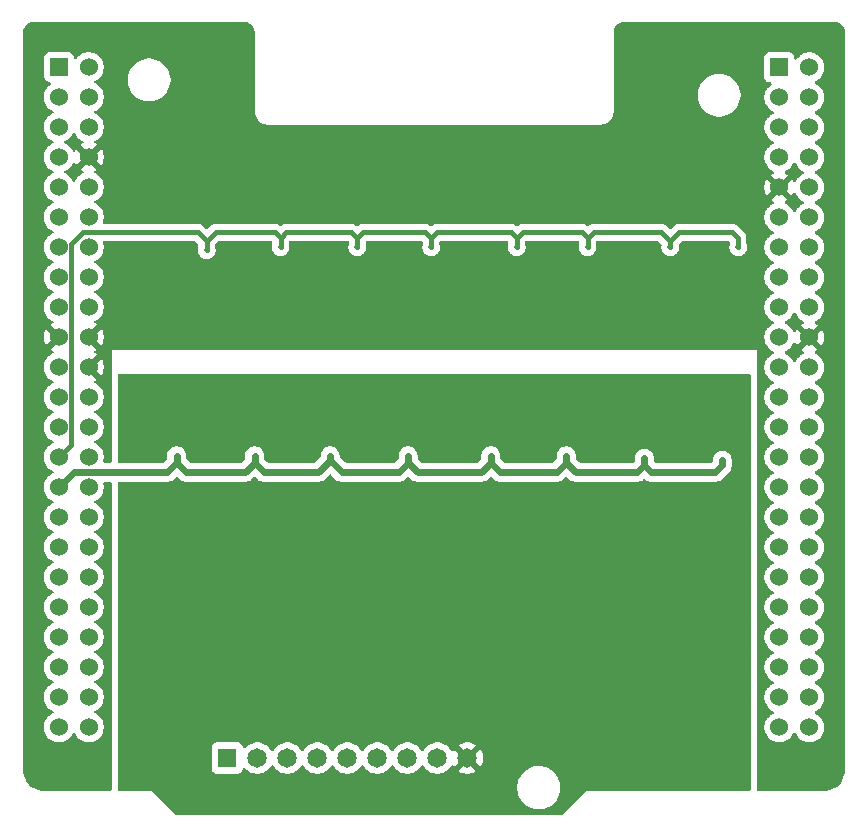
<source format=gbl>
%TF.GenerationSoftware,KiCad,Pcbnew,9.0.7-9.0.7~ubuntu24.04.1*%
%TF.CreationDate,2026-01-13T16:34:36+01:00*%
%TF.ProjectId,digital_output,64696769-7461-46c5-9f6f-75747075742e,1.0*%
%TF.SameCoordinates,Original*%
%TF.FileFunction,Copper,L4,Bot*%
%TF.FilePolarity,Positive*%
%FSLAX46Y46*%
G04 Gerber Fmt 4.6, Leading zero omitted, Abs format (unit mm)*
G04 Created by KiCad (PCBNEW 9.0.7-9.0.7~ubuntu24.04.1) date 2026-01-13 16:34:36*
%MOMM*%
%LPD*%
G01*
G04 APERTURE LIST*
%TA.AperFunction,ComponentPad*%
%ADD10R,1.530000X1.530000*%
%TD*%
%TA.AperFunction,ComponentPad*%
%ADD11C,1.530000*%
%TD*%
%TA.AperFunction,ComponentPad*%
%ADD12R,1.650000X1.650000*%
%TD*%
%TA.AperFunction,ComponentPad*%
%ADD13C,1.650000*%
%TD*%
%TA.AperFunction,ViaPad*%
%ADD14C,0.500000*%
%TD*%
%TA.AperFunction,Conductor*%
%ADD15C,0.600000*%
%TD*%
%TA.AperFunction,Conductor*%
%ADD16C,0.400000*%
%TD*%
G04 APERTURE END LIST*
D10*
%TO.P,J3,1,Pin_1*%
%TO.N,unconnected-(J3-Pin_1-Pad1)*%
X180230000Y-52520000D03*
D11*
%TO.P,J3,2,Pin_2*%
%TO.N,unconnected-(J3-Pin_2-Pad2)*%
X182770000Y-52520000D03*
%TO.P,J3,3,Pin_3*%
%TO.N,unconnected-(J3-Pin_3-Pad3)*%
X180230000Y-55060000D03*
%TO.P,J3,4,Pin_4*%
%TO.N,unconnected-(J3-Pin_4-Pad4)*%
X182770000Y-55060000D03*
%TO.P,J3,5,Pin_5*%
%TO.N,unconnected-(J3-Pin_5-Pad5)*%
X180230000Y-57600000D03*
%TO.P,J3,6,Pin_6*%
%TO.N,unconnected-(J3-Pin_6-Pad6)*%
X182770000Y-57600000D03*
%TO.P,J3,7,Pin_7*%
%TO.N,unconnected-(J3-Pin_7-Pad7)*%
X180230000Y-60140000D03*
%TO.P,J3,8,Pin_8*%
%TO.N,unconnected-(J3-Pin_8-Pad8)*%
X182770000Y-60140000D03*
%TO.P,J3,9,Pin_9*%
%TO.N,GND*%
X180230000Y-62680000D03*
%TO.P,J3,10,Pin_10*%
%TO.N,unconnected-(J3-Pin_10-Pad10)*%
X182770000Y-62680000D03*
%TO.P,J3,11,Pin_11*%
%TO.N,unconnected-(J3-Pin_11-Pad11)*%
X180230000Y-65220000D03*
%TO.P,J3,12,Pin_12*%
%TO.N,unconnected-(J3-Pin_12-Pad12)*%
X182770000Y-65220000D03*
%TO.P,J3,13,Pin_13*%
%TO.N,unconnected-(J3-Pin_13-Pad13)*%
X180230000Y-67760000D03*
%TO.P,J3,14,Pin_14*%
%TO.N,unconnected-(J3-Pin_14-Pad14)*%
X182770000Y-67760000D03*
%TO.P,J3,15,Pin_15*%
%TO.N,unconnected-(J3-Pin_15-Pad15)*%
X180230000Y-70300000D03*
%TO.P,J3,16,Pin_16*%
%TO.N,unconnected-(J3-Pin_16-Pad16)*%
X182770000Y-70300000D03*
%TO.P,J3,17,Pin_17*%
%TO.N,unconnected-(J3-Pin_17-Pad17)*%
X180230000Y-72840000D03*
%TO.P,J3,18,Pin_18*%
%TO.N,unconnected-(J3-Pin_18-Pad18)*%
X182770000Y-72840000D03*
%TO.P,J3,19,Pin_19*%
%TO.N,unconnected-(J3-Pin_19-Pad19)*%
X180230000Y-75380000D03*
%TO.P,J3,20,Pin_20*%
%TO.N,GND*%
X182770000Y-75380000D03*
%TO.P,J3,21,Pin_21*%
%TO.N,unconnected-(J3-Pin_21-Pad21)*%
X180230000Y-77920000D03*
%TO.P,J3,22,Pin_22*%
%TO.N,unconnected-(J3-Pin_22-Pad22)*%
X182770000Y-77920000D03*
%TO.P,J3,23,Pin_23*%
%TO.N,unconnected-(J3-Pin_23-Pad23)*%
X180230000Y-80460000D03*
%TO.P,J3,24,Pin_24*%
%TO.N,unconnected-(J3-Pin_24-Pad24)*%
X182770000Y-80460000D03*
%TO.P,J3,25,Pin_25*%
%TO.N,unconnected-(J3-Pin_25-Pad25)*%
X180230000Y-83000000D03*
%TO.P,J3,26,Pin_26*%
%TO.N,unconnected-(J3-Pin_26-Pad26)*%
X182770000Y-83000000D03*
%TO.P,J3,27,Pin_27*%
%TO.N,unconnected-(J3-Pin_27-Pad27)*%
X180230000Y-85540000D03*
%TO.P,J3,28,Pin_28*%
%TO.N,unconnected-(J3-Pin_28-Pad28)*%
X182770000Y-85540000D03*
%TO.P,J3,29,Pin_29*%
%TO.N,unconnected-(J3-Pin_29-Pad29)*%
X180230000Y-88080000D03*
%TO.P,J3,30,Pin_30*%
%TO.N,unconnected-(J3-Pin_30-Pad30)*%
X182770000Y-88080000D03*
%TO.P,J3,31,Pin_31*%
%TO.N,unconnected-(J3-Pin_31-Pad31)*%
X180230000Y-90620000D03*
%TO.P,J3,32,Pin_32*%
%TO.N,unconnected-(J3-Pin_32-Pad32)*%
X182770000Y-90620000D03*
%TO.P,J3,33,Pin_33*%
%TO.N,unconnected-(J3-Pin_33-Pad33)*%
X180230000Y-93160000D03*
%TO.P,J3,34,Pin_34*%
%TO.N,DO_5*%
X182770000Y-93160000D03*
%TO.P,J3,35,Pin_35*%
%TO.N,unconnected-(J3-Pin_35-Pad35)*%
X180230000Y-95700000D03*
%TO.P,J3,36,Pin_36*%
%TO.N,DO_4*%
X182770000Y-95700000D03*
%TO.P,J3,37,Pin_37*%
%TO.N,unconnected-(J3-Pin_37-Pad37)*%
X180230000Y-98240000D03*
%TO.P,J3,38,Pin_38*%
%TO.N,DO_6*%
X182770000Y-98240000D03*
%TO.P,J3,39,Pin_39*%
%TO.N,unconnected-(J3-Pin_39-Pad39)*%
X180230000Y-100780000D03*
%TO.P,J3,40,Pin_40*%
%TO.N,DO_7*%
X182770000Y-100780000D03*
%TO.P,J3,41,Pin_41*%
%TO.N,unconnected-(J3-Pin_41-Pad41)*%
X180230000Y-103320000D03*
%TO.P,J3,42,Pin_42*%
%TO.N,unconnected-(J3-Pin_42-Pad42)*%
X182770000Y-103320000D03*
%TO.P,J3,43,Pin_43*%
%TO.N,unconnected-(J3-Pin_43-Pad43)*%
X180230000Y-105860000D03*
%TO.P,J3,44,Pin_44*%
%TO.N,unconnected-(J3-Pin_44-Pad44)*%
X182770000Y-105860000D03*
%TO.P,J3,45,Pin_45*%
%TO.N,unconnected-(J3-Pin_45-Pad45)*%
X180230000Y-108400000D03*
%TO.P,J3,46,Pin_46*%
%TO.N,unconnected-(J3-Pin_46-Pad46)*%
X182770000Y-108400000D03*
%TD*%
D12*
%TO.P,J1,1,Pin_1*%
%TO.N,DI_OUT0*%
X133500000Y-111000000D03*
D13*
%TO.P,J1,2,Pin_2*%
%TO.N,DI_OUT1*%
X136040000Y-111000000D03*
%TO.P,J1,3,Pin_3*%
%TO.N,DI_OUT2*%
X138580000Y-111000000D03*
%TO.P,J1,4,Pin_4*%
%TO.N,DI_OUT3*%
X141120000Y-111000000D03*
%TO.P,J1,5,Pin_5*%
%TO.N,DI_OUT4*%
X143660000Y-111000000D03*
%TO.P,J1,6,Pin_6*%
%TO.N,DI_OUT5*%
X146200000Y-111000000D03*
%TO.P,J1,7,Pin_7*%
%TO.N,DI_OUT6*%
X148740000Y-111000000D03*
%TO.P,J1,8,Pin_8*%
%TO.N,DI_OUT7*%
X151280000Y-111000000D03*
%TO.P,J1,9,Pin_9*%
%TO.N,GNDREF*%
X153820000Y-111000000D03*
%TD*%
D10*
%TO.P,J2,1,Pin_1*%
%TO.N,unconnected-(J2-Pin_1-Pad1)*%
X119230000Y-52510000D03*
D11*
%TO.P,J2,2,Pin_2*%
%TO.N,unconnected-(J2-Pin_2-Pad2)*%
X121770000Y-52510000D03*
%TO.P,J2,3,Pin_3*%
%TO.N,unconnected-(J2-Pin_3-Pad3)*%
X119230000Y-55050000D03*
%TO.P,J2,4,Pin_4*%
%TO.N,unconnected-(J2-Pin_4-Pad4)*%
X121770000Y-55050000D03*
%TO.P,J2,5,Pin_5*%
%TO.N,unconnected-(J2-Pin_5-Pad5)*%
X119230000Y-57590000D03*
%TO.P,J2,6,Pin_6*%
%TO.N,unconnected-(J2-Pin_6-Pad6)*%
X121770000Y-57590000D03*
%TO.P,J2,7,Pin_7*%
%TO.N,unconnected-(J2-Pin_7-Pad7)*%
X119230000Y-60130000D03*
%TO.P,J2,8,Pin_8*%
%TO.N,GND*%
X121770000Y-60130000D03*
%TO.P,J2,9,Pin_9*%
%TO.N,unconnected-(J2-Pin_9-Pad9)*%
X119230000Y-62670000D03*
%TO.P,J2,10,Pin_10*%
%TO.N,unconnected-(J2-Pin_10-Pad10)*%
X121770000Y-62670000D03*
%TO.P,J2,11,Pin_11*%
%TO.N,unconnected-(J2-Pin_11-Pad11)*%
X119230000Y-65210000D03*
%TO.P,J2,12,Pin_12*%
%TO.N,unconnected-(J2-Pin_12-Pad12)*%
X121770000Y-65210000D03*
%TO.P,J2,13,Pin_13*%
%TO.N,unconnected-(J2-Pin_13-Pad13)*%
X119230000Y-67750000D03*
%TO.P,J2,14,Pin_14*%
%TO.N,unconnected-(J2-Pin_14-Pad14)*%
X121770000Y-67750000D03*
%TO.P,J2,15,Pin_15*%
%TO.N,unconnected-(J2-Pin_15-Pad15)*%
X119230000Y-70290000D03*
%TO.P,J2,16,Pin_16*%
%TO.N,unconnected-(J2-Pin_16-Pad16)*%
X121770000Y-70290000D03*
%TO.P,J2,17,Pin_17*%
%TO.N,unconnected-(J2-Pin_17-Pad17)*%
X119230000Y-72830000D03*
%TO.P,J2,18,Pin_18*%
%TO.N,unconnected-(J2-Pin_18-Pad18)*%
X121770000Y-72830000D03*
%TO.P,J2,19,Pin_19*%
%TO.N,GND*%
X119230000Y-75370000D03*
%TO.P,J2,20,Pin_20*%
X121770000Y-75370000D03*
%TO.P,J2,21,Pin_21*%
%TO.N,unconnected-(J2-Pin_21-Pad21)*%
X119230000Y-77910000D03*
%TO.P,J2,22,Pin_22*%
%TO.N,GND*%
X121770000Y-77910000D03*
%TO.P,J2,23,Pin_23*%
%TO.N,unconnected-(J2-Pin_23-Pad23)*%
X119230000Y-80450000D03*
%TO.P,J2,24,Pin_24*%
%TO.N,unconnected-(J2-Pin_24-Pad24)*%
X121770000Y-80450000D03*
%TO.P,J2,25,Pin_25*%
%TO.N,unconnected-(J2-Pin_25-Pad25)*%
X119230000Y-82990000D03*
%TO.P,J2,26,Pin_26*%
%TO.N,unconnected-(J2-Pin_26-Pad26)*%
X121770000Y-82990000D03*
%TO.P,J2,27,Pin_27*%
%TO.N,+5V*%
X119230000Y-85530000D03*
%TO.P,J2,28,Pin_28*%
%TO.N,unconnected-(J2-Pin_28-Pad28)*%
X121770000Y-85530000D03*
%TO.P,J2,29,Pin_29*%
%TO.N,+24V*%
X119230000Y-88070000D03*
%TO.P,J2,30,Pin_30*%
%TO.N,unconnected-(J2-Pin_30-Pad30)*%
X121770000Y-88070000D03*
%TO.P,J2,31,Pin_31*%
%TO.N,unconnected-(J2-Pin_31-Pad31)*%
X119230000Y-90610000D03*
%TO.P,J2,32,Pin_32*%
%TO.N,unconnected-(J2-Pin_32-Pad32)*%
X121770000Y-90610000D03*
%TO.P,J2,33,Pin_33*%
%TO.N,unconnected-(J2-Pin_33-Pad33)*%
X119230000Y-93150000D03*
%TO.P,J2,34,Pin_34*%
%TO.N,unconnected-(J2-Pin_34-Pad34)*%
X121770000Y-93150000D03*
%TO.P,J2,35,Pin_35*%
%TO.N,unconnected-(J2-Pin_35-Pad35)*%
X119230000Y-95690000D03*
%TO.P,J2,36,Pin_36*%
%TO.N,unconnected-(J2-Pin_36-Pad36)*%
X121770000Y-95690000D03*
%TO.P,J2,37,Pin_37*%
%TO.N,unconnected-(J2-Pin_37-Pad37)*%
X119230000Y-98230000D03*
%TO.P,J2,38,Pin_38*%
%TO.N,unconnected-(J2-Pin_38-Pad38)*%
X121770000Y-98230000D03*
%TO.P,J2,39,Pin_39*%
%TO.N,unconnected-(J2-Pin_39-Pad39)*%
X119230000Y-100770000D03*
%TO.P,J2,40,Pin_40*%
%TO.N,DO_0*%
X121770000Y-100770000D03*
%TO.P,J2,41,Pin_41*%
%TO.N,unconnected-(J2-Pin_41-Pad41)*%
X119230000Y-103310000D03*
%TO.P,J2,42,Pin_42*%
%TO.N,DO_1*%
X121770000Y-103310000D03*
%TO.P,J2,43,Pin_43*%
%TO.N,unconnected-(J2-Pin_43-Pad43)*%
X119230000Y-105850000D03*
%TO.P,J2,44,Pin_44*%
%TO.N,DO_2*%
X121770000Y-105850000D03*
%TO.P,J2,45,Pin_45*%
%TO.N,unconnected-(J2-Pin_45-Pad45)*%
X119230000Y-108390000D03*
%TO.P,J2,46,Pin_46*%
%TO.N,DO_3*%
X121770000Y-108390000D03*
%TD*%
D14*
%TO.N,GND*%
X167500000Y-64400000D03*
X148000000Y-64600000D03*
X129250000Y-64600000D03*
X141750000Y-64600000D03*
X155000000Y-64600000D03*
X173750000Y-64300000D03*
X161250000Y-64300000D03*
X135500000Y-64500000D03*
%TO.N,GNDREF*%
X165150000Y-94750000D03*
X125700000Y-94750000D03*
X145200000Y-94750000D03*
X158700000Y-94750000D03*
X138600000Y-94750000D03*
X152200000Y-94750000D03*
X171700000Y-94750000D03*
X132400000Y-94750000D03*
%TO.N,+24V*%
X135800000Y-85400000D03*
X168800000Y-85600000D03*
X129200000Y-85400000D03*
X162200000Y-85400000D03*
X148800000Y-85400000D03*
X142200000Y-85400000D03*
X155800000Y-85400000D03*
X175400000Y-85800000D03*
%TO.N,+5V*%
X150750000Y-67750000D03*
X138000000Y-67750000D03*
X158000000Y-67750000D03*
X131750000Y-68000000D03*
X171000000Y-67750000D03*
X164000000Y-67750000D03*
X176750000Y-67750000D03*
X144500000Y-67750000D03*
%TD*%
D15*
%TO.N,+24V*%
X162200000Y-86000000D02*
X162200000Y-85400000D01*
X168800000Y-86200000D02*
X169400000Y-86800000D01*
X161400000Y-86800000D02*
X162200000Y-86000000D01*
X143200000Y-86800000D02*
X144800000Y-86800000D01*
X136600000Y-86800000D02*
X137000000Y-86800000D01*
X129000000Y-86200000D02*
X129200000Y-86000000D01*
X128400000Y-86800000D02*
X129000000Y-86200000D01*
X159400000Y-86800000D02*
X161400000Y-86800000D01*
X148800000Y-86000000D02*
X149600000Y-86800000D01*
X169400000Y-86800000D02*
X171800000Y-86800000D01*
X142200000Y-85800000D02*
X143200000Y-86800000D01*
X144800000Y-86800000D02*
X148000000Y-86800000D01*
X129200000Y-86000000D02*
X130000000Y-86800000D01*
X129200000Y-86000000D02*
X129200000Y-85400000D01*
X168200000Y-86800000D02*
X168800000Y-86200000D01*
X168800000Y-86200000D02*
X168800000Y-85600000D01*
X156600000Y-86800000D02*
X159400000Y-86800000D01*
X155800000Y-86000000D02*
X155800000Y-85400000D01*
X124450000Y-86800000D02*
X128400000Y-86800000D01*
X174800000Y-86800000D02*
X175400000Y-86200000D01*
X148800000Y-86000000D02*
X148800000Y-85400000D01*
X134000000Y-86800000D02*
X135000000Y-86800000D01*
X153600000Y-86800000D02*
X155000000Y-86800000D01*
X162200000Y-86000000D02*
X163000000Y-86800000D01*
X155800000Y-86000000D02*
X156600000Y-86800000D01*
X135000000Y-86800000D02*
X135800000Y-86000000D01*
X155000000Y-86800000D02*
X155800000Y-86000000D01*
X141200000Y-86800000D02*
X142000000Y-86000000D01*
X148000000Y-86800000D02*
X148800000Y-86000000D01*
X171800000Y-86800000D02*
X174800000Y-86800000D01*
X135800000Y-86000000D02*
X135800000Y-85400000D01*
X142200000Y-85800000D02*
X142200000Y-85400000D01*
X130000000Y-86800000D02*
X134000000Y-86800000D01*
X149600000Y-86800000D02*
X153600000Y-86800000D01*
X175400000Y-86200000D02*
X175400000Y-85800000D01*
X119230000Y-88070000D02*
X120500000Y-86800000D01*
X137000000Y-86800000D02*
X141200000Y-86800000D01*
X163000000Y-86800000D02*
X168200000Y-86800000D01*
X142000000Y-86000000D02*
X142200000Y-85800000D01*
X120500000Y-86800000D02*
X124450000Y-86800000D01*
X135800000Y-86000000D02*
X136600000Y-86800000D01*
D16*
%TO.N,+5V*%
X171000000Y-67250000D02*
X171750000Y-66500000D01*
X164500000Y-66500000D02*
X166000000Y-66500000D01*
X132500000Y-66500000D02*
X133750000Y-66500000D01*
X158500000Y-66500000D02*
X159000000Y-66500000D01*
X133750000Y-66500000D02*
X137500000Y-66500000D01*
X138000000Y-67000000D02*
X138000000Y-67750000D01*
X131750000Y-67250000D02*
X132500000Y-66500000D01*
X144500000Y-67000000D02*
X144500000Y-67750000D01*
X171750000Y-66500000D02*
X173750000Y-66500000D01*
X176250000Y-66500000D02*
X176750000Y-67000000D01*
X159000000Y-66500000D02*
X163500000Y-66500000D01*
X138000000Y-67000000D02*
X138500000Y-66500000D01*
X150750000Y-67000000D02*
X150750000Y-67750000D01*
X121250000Y-66500000D02*
X125000000Y-66500000D01*
X137500000Y-66500000D02*
X138000000Y-67000000D01*
X145000000Y-66500000D02*
X145750000Y-66500000D01*
X151750000Y-66500000D02*
X157500000Y-66500000D01*
X158000000Y-67000000D02*
X158000000Y-67750000D01*
X171000000Y-67250000D02*
X171000000Y-67750000D01*
X157500000Y-66500000D02*
X158000000Y-67000000D01*
X150750000Y-67000000D02*
X151250000Y-66500000D01*
X151250000Y-66500000D02*
X151750000Y-66500000D01*
X131750000Y-67250000D02*
X131750000Y-68000000D01*
X163500000Y-66500000D02*
X164000000Y-67000000D01*
X120286000Y-67464000D02*
X121250000Y-66500000D01*
X166000000Y-66500000D02*
X170250000Y-66500000D01*
X170250000Y-66500000D02*
X170750000Y-67000000D01*
X176750000Y-67000000D02*
X176750000Y-67750000D01*
X150250000Y-66500000D02*
X150750000Y-67000000D01*
X119230000Y-85530000D02*
X120286000Y-84474000D01*
X144000000Y-66500000D02*
X144500000Y-67000000D01*
X170750000Y-67000000D02*
X171000000Y-67250000D01*
X164000000Y-67000000D02*
X164000000Y-67750000D01*
X145750000Y-66500000D02*
X150250000Y-66500000D01*
X144500000Y-67000000D02*
X145000000Y-66500000D01*
X164000000Y-67000000D02*
X164500000Y-66500000D01*
X158000000Y-67000000D02*
X158500000Y-66500000D01*
X138500000Y-66500000D02*
X144000000Y-66500000D01*
X125000000Y-66500000D02*
X131000000Y-66500000D01*
X120286000Y-84474000D02*
X120286000Y-67464000D01*
X131000000Y-66500000D02*
X131750000Y-67250000D01*
X173750000Y-66500000D02*
X176250000Y-66500000D01*
%TD*%
%TA.AperFunction,Conductor*%
%TO.N,GND*%
G36*
X182294755Y-75576853D02*
G01*
X182361898Y-75693147D01*
X182456853Y-75788102D01*
X182573147Y-75855245D01*
X182632425Y-75871128D01*
X182069134Y-76434417D01*
X182106994Y-76461924D01*
X182258722Y-76539234D01*
X182309518Y-76587209D01*
X182326313Y-76655030D01*
X182303776Y-76721165D01*
X182258723Y-76760203D01*
X182106735Y-76837645D01*
X181993997Y-76919555D01*
X181945582Y-76954731D01*
X181945580Y-76954733D01*
X181945579Y-76954733D01*
X181804733Y-77095579D01*
X181804733Y-77095580D01*
X181804731Y-77095582D01*
X181754447Y-77164790D01*
X181687647Y-77256733D01*
X181610485Y-77408172D01*
X181562510Y-77458968D01*
X181494689Y-77475763D01*
X181428554Y-77453225D01*
X181389515Y-77408172D01*
X181312352Y-77256733D01*
X181305276Y-77246994D01*
X181195269Y-77095582D01*
X181054418Y-76954731D01*
X180893266Y-76837647D01*
X180741827Y-76760485D01*
X180691031Y-76712510D01*
X180674236Y-76644689D01*
X180696773Y-76578554D01*
X180741827Y-76539515D01*
X180762004Y-76529234D01*
X180893266Y-76462353D01*
X181054418Y-76345269D01*
X181195269Y-76204418D01*
X181312353Y-76043266D01*
X181389795Y-75891276D01*
X181437769Y-75840481D01*
X181505590Y-75823686D01*
X181571725Y-75846223D01*
X181610765Y-75891277D01*
X181688077Y-76043008D01*
X181715580Y-76080863D01*
X181715581Y-76080864D01*
X182278871Y-75517574D01*
X182294755Y-75576853D01*
G37*
%TD.AperFunction*%
%TA.AperFunction,Conductor*%
G36*
X181571446Y-73306773D02*
G01*
X181610485Y-73351827D01*
X181687647Y-73503266D01*
X181804731Y-73664418D01*
X181945582Y-73805269D01*
X182106734Y-73922353D01*
X182196909Y-73968299D01*
X182258722Y-73999795D01*
X182309518Y-74047770D01*
X182326313Y-74115591D01*
X182303776Y-74181726D01*
X182258723Y-74220764D01*
X182106993Y-74298075D01*
X182069135Y-74325580D01*
X182069135Y-74325581D01*
X182632425Y-74888871D01*
X182573147Y-74904755D01*
X182456853Y-74971898D01*
X182361898Y-75066853D01*
X182294755Y-75183147D01*
X182278871Y-75242425D01*
X181715581Y-74679135D01*
X181715580Y-74679135D01*
X181688075Y-74716993D01*
X181610764Y-74868723D01*
X181562790Y-74919518D01*
X181494969Y-74936313D01*
X181428834Y-74913775D01*
X181389795Y-74868722D01*
X181312485Y-74716994D01*
X181312353Y-74716734D01*
X181195269Y-74555582D01*
X181054418Y-74414731D01*
X180893266Y-74297647D01*
X180874480Y-74288075D01*
X180741827Y-74220485D01*
X180691031Y-74172510D01*
X180674236Y-74104689D01*
X180696773Y-74038554D01*
X180741827Y-73999515D01*
X180760903Y-73989795D01*
X180893266Y-73922353D01*
X181054418Y-73805269D01*
X181195269Y-73664418D01*
X181312353Y-73503266D01*
X181389515Y-73351827D01*
X181437490Y-73301031D01*
X181505311Y-73284236D01*
X181571446Y-73306773D01*
G37*
%TD.AperFunction*%
%TA.AperFunction,Conductor*%
G36*
X181284417Y-63380863D02*
G01*
X181284418Y-63380863D01*
X181311924Y-63343005D01*
X181389234Y-63191277D01*
X181437208Y-63140481D01*
X181505029Y-63123686D01*
X181571164Y-63146223D01*
X181610204Y-63191277D01*
X181682552Y-63333266D01*
X181687647Y-63343266D01*
X181804731Y-63504418D01*
X181945582Y-63645269D01*
X182106734Y-63762353D01*
X182176453Y-63797877D01*
X182258172Y-63839515D01*
X182308968Y-63887490D01*
X182325763Y-63955311D01*
X182303225Y-64021446D01*
X182258172Y-64060485D01*
X182106733Y-64137647D01*
X182014790Y-64204447D01*
X181945582Y-64254731D01*
X181945580Y-64254733D01*
X181945579Y-64254733D01*
X181804733Y-64395579D01*
X181804733Y-64395580D01*
X181804731Y-64395582D01*
X181754447Y-64464790D01*
X181687647Y-64556733D01*
X181610485Y-64708172D01*
X181562510Y-64758968D01*
X181494689Y-64775763D01*
X181428554Y-64753225D01*
X181389515Y-64708172D01*
X181312352Y-64556733D01*
X181195269Y-64395582D01*
X181054418Y-64254731D01*
X180893266Y-64137647D01*
X180873640Y-64127647D01*
X180741277Y-64060204D01*
X180690481Y-64012229D01*
X180673686Y-63944408D01*
X180696224Y-63878273D01*
X180741277Y-63839234D01*
X180893005Y-63761924D01*
X180930863Y-63734418D01*
X180930863Y-63734417D01*
X180367574Y-63171128D01*
X180426853Y-63155245D01*
X180543147Y-63088102D01*
X180638102Y-62993147D01*
X180705245Y-62876853D01*
X180721128Y-62817574D01*
X181284417Y-63380863D01*
G37*
%TD.AperFunction*%
%TA.AperFunction,Conductor*%
G36*
X181571446Y-60606773D02*
G01*
X181610485Y-60651827D01*
X181687647Y-60803266D01*
X181804731Y-60964418D01*
X181945582Y-61105269D01*
X182106734Y-61222353D01*
X182176453Y-61257877D01*
X182258172Y-61299515D01*
X182308968Y-61347490D01*
X182325763Y-61415311D01*
X182303225Y-61481446D01*
X182258172Y-61520485D01*
X182106733Y-61597647D01*
X182068286Y-61625581D01*
X181945582Y-61714731D01*
X181945580Y-61714733D01*
X181945579Y-61714733D01*
X181804733Y-61855579D01*
X181804733Y-61855580D01*
X181804731Y-61855582D01*
X181769555Y-61903997D01*
X181687645Y-62016735D01*
X181610203Y-62168723D01*
X181562229Y-62219518D01*
X181494408Y-62236313D01*
X181428273Y-62213775D01*
X181389234Y-62168722D01*
X181311924Y-62016994D01*
X181284417Y-61979135D01*
X181284417Y-61979134D01*
X180721128Y-62542424D01*
X180705245Y-62483147D01*
X180638102Y-62366853D01*
X180543147Y-62271898D01*
X180426853Y-62204755D01*
X180367574Y-62188871D01*
X180930864Y-61625581D01*
X180930863Y-61625580D01*
X180893008Y-61598077D01*
X180741277Y-61520765D01*
X180690481Y-61472790D01*
X180673686Y-61404969D01*
X180696224Y-61338834D01*
X180741277Y-61299795D01*
X180741827Y-61299515D01*
X180893266Y-61222353D01*
X181054418Y-61105269D01*
X181195269Y-60964418D01*
X181312353Y-60803266D01*
X181389515Y-60651827D01*
X181437490Y-60601031D01*
X181505311Y-60584236D01*
X181571446Y-60606773D01*
G37*
%TD.AperFunction*%
%TA.AperFunction,Conductor*%
G36*
X135006061Y-48701097D02*
G01*
X135016051Y-48702080D01*
X135143824Y-48714665D01*
X135167652Y-48719404D01*
X135294277Y-48757815D01*
X135316725Y-48767114D01*
X135433406Y-48829482D01*
X135453616Y-48842986D01*
X135555891Y-48926920D01*
X135573079Y-48944108D01*
X135657012Y-49046381D01*
X135670517Y-49066593D01*
X135732883Y-49183271D01*
X135742186Y-49205728D01*
X135780593Y-49332338D01*
X135785335Y-49356180D01*
X135798903Y-49493938D01*
X135799500Y-49506092D01*
X135799500Y-56264486D01*
X135829059Y-56451118D01*
X135887454Y-56630836D01*
X135973240Y-56799199D01*
X136084310Y-56952073D01*
X136217927Y-57085690D01*
X136370801Y-57196760D01*
X136450347Y-57237290D01*
X136539163Y-57282545D01*
X136539165Y-57282545D01*
X136539168Y-57282547D01*
X136604144Y-57303659D01*
X136718881Y-57340940D01*
X136905514Y-57370500D01*
X136905519Y-57370500D01*
X165094486Y-57370500D01*
X165281118Y-57340940D01*
X165460832Y-57282547D01*
X165629199Y-57196760D01*
X165782073Y-57085690D01*
X165915690Y-56952073D01*
X166026760Y-56799199D01*
X166112547Y-56630832D01*
X166170940Y-56451118D01*
X166178807Y-56401446D01*
X166200500Y-56264486D01*
X166200500Y-54750684D01*
X173309500Y-54750684D01*
X173309500Y-54989315D01*
X173309501Y-54989332D01*
X173331916Y-55159596D01*
X173340649Y-55225924D01*
X173340739Y-55226260D01*
X173402415Y-55456436D01*
X173493734Y-55676902D01*
X173493740Y-55676914D01*
X173613062Y-55883586D01*
X173613064Y-55883589D01*
X173613065Y-55883590D01*
X173758337Y-56072912D01*
X173758343Y-56072919D01*
X173927080Y-56241656D01*
X173927087Y-56241662D01*
X174035290Y-56324689D01*
X174116414Y-56386938D01*
X174323086Y-56506260D01*
X174323091Y-56506262D01*
X174323097Y-56506265D01*
X174418109Y-56545620D01*
X174543564Y-56597585D01*
X174774076Y-56659351D01*
X175010678Y-56690500D01*
X175010685Y-56690500D01*
X175249315Y-56690500D01*
X175249322Y-56690500D01*
X175485924Y-56659351D01*
X175716436Y-56597585D01*
X175930597Y-56508876D01*
X175936902Y-56506265D01*
X175936902Y-56506264D01*
X175936914Y-56506260D01*
X176143586Y-56386938D01*
X176332914Y-56241661D01*
X176501661Y-56072914D01*
X176646938Y-55883586D01*
X176766260Y-55676914D01*
X176857585Y-55456436D01*
X176919351Y-55225924D01*
X176950500Y-54989322D01*
X176950500Y-54750678D01*
X176919351Y-54514076D01*
X176857585Y-54283564D01*
X176779368Y-54094731D01*
X176766265Y-54063097D01*
X176766262Y-54063091D01*
X176766260Y-54063086D01*
X176646938Y-53856414D01*
X176548011Y-53727490D01*
X176501662Y-53667087D01*
X176501656Y-53667080D01*
X176332919Y-53498343D01*
X176332912Y-53498337D01*
X176143590Y-53353065D01*
X176143589Y-53353064D01*
X176143586Y-53353062D01*
X175936914Y-53233740D01*
X175936902Y-53233734D01*
X175716436Y-53142415D01*
X175485920Y-53080648D01*
X175249332Y-53049501D01*
X175249327Y-53049500D01*
X175249322Y-53049500D01*
X175010678Y-53049500D01*
X175010672Y-53049500D01*
X175010667Y-53049501D01*
X174774079Y-53080648D01*
X174543563Y-53142415D01*
X174323097Y-53233734D01*
X174323083Y-53233741D01*
X174116409Y-53353065D01*
X173927087Y-53498337D01*
X173927080Y-53498343D01*
X173758343Y-53667080D01*
X173758337Y-53667087D01*
X173613065Y-53856409D01*
X173493741Y-54063083D01*
X173493734Y-54063097D01*
X173402415Y-54283563D01*
X173340648Y-54514079D01*
X173309501Y-54750667D01*
X173309500Y-54750684D01*
X166200500Y-54750684D01*
X166200500Y-51707135D01*
X178964500Y-51707135D01*
X178964500Y-53332870D01*
X178964501Y-53332876D01*
X178970908Y-53392483D01*
X179021202Y-53527328D01*
X179021206Y-53527335D01*
X179107452Y-53642544D01*
X179107455Y-53642547D01*
X179222664Y-53728793D01*
X179222671Y-53728797D01*
X179357517Y-53779091D01*
X179357516Y-53779091D01*
X179364444Y-53779835D01*
X179417127Y-53785500D01*
X179449568Y-53785499D01*
X179516605Y-53805182D01*
X179562361Y-53857984D01*
X179572306Y-53927143D01*
X179543283Y-53990699D01*
X179522455Y-54009816D01*
X179405582Y-54094730D01*
X179264733Y-54235579D01*
X179264733Y-54235580D01*
X179264731Y-54235582D01*
X179229871Y-54283563D01*
X179147647Y-54396733D01*
X179057213Y-54574219D01*
X178995661Y-54763656D01*
X178995661Y-54763659D01*
X178964500Y-54960403D01*
X178964500Y-55159596D01*
X178995661Y-55356340D01*
X178995661Y-55356343D01*
X179057213Y-55545780D01*
X179142552Y-55713266D01*
X179147647Y-55723266D01*
X179264731Y-55884418D01*
X179405582Y-56025269D01*
X179566734Y-56142353D01*
X179636453Y-56177877D01*
X179718172Y-56219515D01*
X179768968Y-56267490D01*
X179785763Y-56335311D01*
X179763225Y-56401446D01*
X179718172Y-56440485D01*
X179566733Y-56517647D01*
X179474790Y-56584447D01*
X179405582Y-56634731D01*
X179405580Y-56634733D01*
X179405579Y-56634733D01*
X179264733Y-56775579D01*
X179264733Y-56775580D01*
X179264731Y-56775582D01*
X179221736Y-56834760D01*
X179147647Y-56936733D01*
X179057213Y-57114219D01*
X178995661Y-57303656D01*
X178995661Y-57303659D01*
X178964500Y-57500403D01*
X178964500Y-57699596D01*
X178995661Y-57896340D01*
X178995661Y-57896343D01*
X179057213Y-58085780D01*
X179070485Y-58111827D01*
X179147647Y-58263266D01*
X179264731Y-58424418D01*
X179405582Y-58565269D01*
X179566734Y-58682353D01*
X179636453Y-58717877D01*
X179718172Y-58759515D01*
X179768968Y-58807490D01*
X179785763Y-58875311D01*
X179763225Y-58941446D01*
X179718172Y-58980485D01*
X179566733Y-59057647D01*
X179474790Y-59124447D01*
X179405582Y-59174731D01*
X179405580Y-59174733D01*
X179405579Y-59174733D01*
X179264733Y-59315579D01*
X179264733Y-59315580D01*
X179264731Y-59315582D01*
X179214447Y-59384790D01*
X179147647Y-59476733D01*
X179057213Y-59654219D01*
X178995661Y-59843656D01*
X178995661Y-59843659D01*
X178964500Y-60040403D01*
X178964500Y-60239596D01*
X178995661Y-60436340D01*
X178995661Y-60436343D01*
X179057213Y-60625780D01*
X179070485Y-60651827D01*
X179147647Y-60803266D01*
X179264731Y-60964418D01*
X179405582Y-61105269D01*
X179566734Y-61222353D01*
X179656909Y-61268299D01*
X179718722Y-61299795D01*
X179769518Y-61347770D01*
X179786313Y-61415591D01*
X179763776Y-61481726D01*
X179718723Y-61520764D01*
X179566993Y-61598075D01*
X179529135Y-61625580D01*
X179529135Y-61625581D01*
X180092425Y-62188871D01*
X180033147Y-62204755D01*
X179916853Y-62271898D01*
X179821898Y-62366853D01*
X179754755Y-62483147D01*
X179738871Y-62542425D01*
X179175581Y-61979135D01*
X179175580Y-61979135D01*
X179148077Y-62016990D01*
X179057679Y-62194405D01*
X178996147Y-62383777D01*
X178965000Y-62580436D01*
X178965000Y-62779563D01*
X178996147Y-62976222D01*
X179057679Y-63165594D01*
X179148077Y-63343008D01*
X179175580Y-63380863D01*
X179175581Y-63380864D01*
X179738871Y-62817574D01*
X179754755Y-62876853D01*
X179821898Y-62993147D01*
X179916853Y-63088102D01*
X180033147Y-63155245D01*
X180092425Y-63171128D01*
X179529134Y-63734417D01*
X179566994Y-63761924D01*
X179718722Y-63839234D01*
X179769518Y-63887209D01*
X179786313Y-63955030D01*
X179763776Y-64021165D01*
X179718723Y-64060203D01*
X179566735Y-64137645D01*
X179453997Y-64219555D01*
X179405582Y-64254731D01*
X179405580Y-64254733D01*
X179405579Y-64254733D01*
X179264733Y-64395579D01*
X179264733Y-64395580D01*
X179264731Y-64395582D01*
X179214447Y-64464790D01*
X179147647Y-64556733D01*
X179057213Y-64734219D01*
X178995661Y-64923656D01*
X178995661Y-64923659D01*
X178964500Y-65120403D01*
X178964500Y-65319596D01*
X178995661Y-65516340D01*
X178995661Y-65516343D01*
X179057213Y-65705780D01*
X179145588Y-65879225D01*
X179147647Y-65883266D01*
X179264731Y-66044418D01*
X179405582Y-66185269D01*
X179566734Y-66302353D01*
X179636453Y-66337877D01*
X179718172Y-66379515D01*
X179768968Y-66427490D01*
X179785763Y-66495311D01*
X179763225Y-66561446D01*
X179718172Y-66600485D01*
X179566733Y-66677647D01*
X179474790Y-66744447D01*
X179405582Y-66794731D01*
X179405580Y-66794733D01*
X179405579Y-66794733D01*
X179264733Y-66935579D01*
X179264733Y-66935580D01*
X179264731Y-66935582D01*
X179214447Y-67004790D01*
X179147647Y-67096733D01*
X179057213Y-67274219D01*
X178995661Y-67463656D01*
X178995661Y-67463659D01*
X178964500Y-67660403D01*
X178964500Y-67859596D01*
X178995661Y-68056340D01*
X178995661Y-68056343D01*
X179057213Y-68245780D01*
X179101629Y-68332951D01*
X179147647Y-68423266D01*
X179264731Y-68584418D01*
X179405582Y-68725269D01*
X179566734Y-68842353D01*
X179636453Y-68877877D01*
X179718172Y-68919515D01*
X179768968Y-68967490D01*
X179785763Y-69035311D01*
X179763225Y-69101446D01*
X179718172Y-69140485D01*
X179566733Y-69217647D01*
X179474790Y-69284447D01*
X179405582Y-69334731D01*
X179405580Y-69334733D01*
X179405579Y-69334733D01*
X179264733Y-69475579D01*
X179264733Y-69475580D01*
X179264731Y-69475582D01*
X179214447Y-69544790D01*
X179147647Y-69636733D01*
X179057213Y-69814219D01*
X178995661Y-70003656D01*
X178995661Y-70003659D01*
X178964500Y-70200403D01*
X178964500Y-70399596D01*
X178995661Y-70596340D01*
X178995661Y-70596343D01*
X179057213Y-70785780D01*
X179057215Y-70785783D01*
X179147647Y-70963266D01*
X179264731Y-71124418D01*
X179405582Y-71265269D01*
X179566734Y-71382353D01*
X179636453Y-71417877D01*
X179718172Y-71459515D01*
X179768968Y-71507490D01*
X179785763Y-71575311D01*
X179763225Y-71641446D01*
X179718172Y-71680485D01*
X179566733Y-71757647D01*
X179474790Y-71824447D01*
X179405582Y-71874731D01*
X179405580Y-71874733D01*
X179405579Y-71874733D01*
X179264733Y-72015579D01*
X179264733Y-72015580D01*
X179264731Y-72015582D01*
X179214447Y-72084790D01*
X179147647Y-72176733D01*
X179057213Y-72354219D01*
X178995661Y-72543656D01*
X178995661Y-72543659D01*
X178964500Y-72740403D01*
X178964500Y-72939596D01*
X178995661Y-73136340D01*
X178995661Y-73136343D01*
X179057213Y-73325780D01*
X179057215Y-73325783D01*
X179147647Y-73503266D01*
X179264731Y-73664418D01*
X179405582Y-73805269D01*
X179566734Y-73922353D01*
X179636453Y-73957877D01*
X179718172Y-73999515D01*
X179768968Y-74047490D01*
X179785763Y-74115311D01*
X179763225Y-74181446D01*
X179718172Y-74220485D01*
X179566733Y-74297647D01*
X179528286Y-74325581D01*
X179405582Y-74414731D01*
X179405580Y-74414733D01*
X179405579Y-74414733D01*
X179264733Y-74555579D01*
X179264733Y-74555580D01*
X179264731Y-74555582D01*
X179214447Y-74624790D01*
X179147647Y-74716733D01*
X179057213Y-74894219D01*
X178995661Y-75083656D01*
X178995661Y-75083659D01*
X178966079Y-75270436D01*
X178964500Y-75280403D01*
X178964500Y-75479597D01*
X178978320Y-75566853D01*
X178995661Y-75676340D01*
X178995661Y-75676343D01*
X179057213Y-75865780D01*
X179142419Y-76033005D01*
X179147647Y-76043266D01*
X179264731Y-76204418D01*
X179405582Y-76345269D01*
X179566734Y-76462353D01*
X179636453Y-76497877D01*
X179718172Y-76539515D01*
X179768968Y-76587490D01*
X179785763Y-76655311D01*
X179763225Y-76721446D01*
X179718172Y-76760485D01*
X179566733Y-76837647D01*
X179542051Y-76855580D01*
X179405582Y-76954731D01*
X179405580Y-76954733D01*
X179405579Y-76954733D01*
X179264733Y-77095579D01*
X179264733Y-77095580D01*
X179264731Y-77095582D01*
X179214447Y-77164790D01*
X179147647Y-77256733D01*
X179057213Y-77434219D01*
X178995661Y-77623656D01*
X178995661Y-77623659D01*
X178964500Y-77820403D01*
X178964500Y-78019596D01*
X178995661Y-78216340D01*
X178995661Y-78216343D01*
X179057213Y-78405780D01*
X179092282Y-78474606D01*
X179147647Y-78583266D01*
X179264731Y-78744418D01*
X179405582Y-78885269D01*
X179566734Y-79002353D01*
X179636453Y-79037877D01*
X179718172Y-79079515D01*
X179768968Y-79127490D01*
X179785763Y-79195311D01*
X179763225Y-79261446D01*
X179718172Y-79300485D01*
X179566733Y-79377647D01*
X179474790Y-79444447D01*
X179405582Y-79494731D01*
X179405580Y-79494733D01*
X179405579Y-79494733D01*
X179264733Y-79635579D01*
X179264733Y-79635580D01*
X179264731Y-79635582D01*
X179214447Y-79704790D01*
X179147647Y-79796733D01*
X179057213Y-79974219D01*
X178995661Y-80163656D01*
X178995661Y-80163659D01*
X178964500Y-80360403D01*
X178964500Y-80559596D01*
X178995661Y-80756340D01*
X178995661Y-80756343D01*
X179057213Y-80945780D01*
X179057215Y-80945783D01*
X179147647Y-81123266D01*
X179264731Y-81284418D01*
X179405582Y-81425269D01*
X179566734Y-81542353D01*
X179636453Y-81577877D01*
X179718172Y-81619515D01*
X179768968Y-81667490D01*
X179785763Y-81735311D01*
X179763225Y-81801446D01*
X179718172Y-81840485D01*
X179566733Y-81917647D01*
X179474790Y-81984447D01*
X179405582Y-82034731D01*
X179405580Y-82034733D01*
X179405579Y-82034733D01*
X179264733Y-82175579D01*
X179264733Y-82175580D01*
X179264731Y-82175582D01*
X179214447Y-82244790D01*
X179147647Y-82336733D01*
X179057213Y-82514219D01*
X178995661Y-82703656D01*
X178995661Y-82703659D01*
X178964500Y-82900403D01*
X178964500Y-83099596D01*
X178995661Y-83296340D01*
X178995661Y-83296343D01*
X179057213Y-83485780D01*
X179070485Y-83511827D01*
X179147647Y-83663266D01*
X179264731Y-83824418D01*
X179405582Y-83965269D01*
X179566734Y-84082353D01*
X179636453Y-84117877D01*
X179718172Y-84159515D01*
X179768968Y-84207490D01*
X179785763Y-84275311D01*
X179763225Y-84341446D01*
X179718172Y-84380485D01*
X179566733Y-84457647D01*
X179474790Y-84524447D01*
X179405582Y-84574731D01*
X179405580Y-84574733D01*
X179405579Y-84574733D01*
X179264733Y-84715579D01*
X179264733Y-84715580D01*
X179264731Y-84715582D01*
X179214447Y-84784790D01*
X179147647Y-84876733D01*
X179057213Y-85054219D01*
X178995661Y-85243656D01*
X178995661Y-85243659D01*
X178964500Y-85440403D01*
X178964500Y-85639596D01*
X178995661Y-85836340D01*
X178995661Y-85836343D01*
X179057213Y-86025780D01*
X179057215Y-86025783D01*
X179147647Y-86203266D01*
X179264731Y-86364418D01*
X179405582Y-86505269D01*
X179566734Y-86622353D01*
X179636453Y-86657877D01*
X179718172Y-86699515D01*
X179768968Y-86747490D01*
X179785763Y-86815311D01*
X179763225Y-86881446D01*
X179718172Y-86920485D01*
X179566733Y-86997647D01*
X179474790Y-87064447D01*
X179405582Y-87114731D01*
X179405580Y-87114733D01*
X179405579Y-87114733D01*
X179264733Y-87255579D01*
X179264733Y-87255580D01*
X179264731Y-87255582D01*
X179214447Y-87324790D01*
X179147647Y-87416733D01*
X179057213Y-87594219D01*
X178995661Y-87783656D01*
X178995661Y-87783659D01*
X178964500Y-87980403D01*
X178964500Y-88179596D01*
X178995661Y-88376340D01*
X178995661Y-88376343D01*
X179057213Y-88565780D01*
X179070485Y-88591827D01*
X179147647Y-88743266D01*
X179264731Y-88904418D01*
X179405582Y-89045269D01*
X179566734Y-89162353D01*
X179636453Y-89197877D01*
X179718172Y-89239515D01*
X179768968Y-89287490D01*
X179785763Y-89355311D01*
X179763225Y-89421446D01*
X179718172Y-89460485D01*
X179566733Y-89537647D01*
X179474790Y-89604447D01*
X179405582Y-89654731D01*
X179405580Y-89654733D01*
X179405579Y-89654733D01*
X179264733Y-89795579D01*
X179264733Y-89795580D01*
X179264731Y-89795582D01*
X179214447Y-89864790D01*
X179147647Y-89956733D01*
X179057213Y-90134219D01*
X178995661Y-90323656D01*
X178995661Y-90323659D01*
X178964500Y-90520403D01*
X178964500Y-90719596D01*
X178995661Y-90916340D01*
X178995661Y-90916343D01*
X179057213Y-91105780D01*
X179070485Y-91131827D01*
X179147647Y-91283266D01*
X179264731Y-91444418D01*
X179405582Y-91585269D01*
X179566734Y-91702353D01*
X179636453Y-91737877D01*
X179718172Y-91779515D01*
X179768968Y-91827490D01*
X179785763Y-91895311D01*
X179763225Y-91961446D01*
X179718172Y-92000485D01*
X179566733Y-92077647D01*
X179474790Y-92144447D01*
X179405582Y-92194731D01*
X179405580Y-92194733D01*
X179405579Y-92194733D01*
X179264733Y-92335579D01*
X179264733Y-92335580D01*
X179264731Y-92335582D01*
X179214447Y-92404790D01*
X179147647Y-92496733D01*
X179057213Y-92674219D01*
X178995661Y-92863656D01*
X178995661Y-92863659D01*
X178964500Y-93060403D01*
X178964500Y-93259596D01*
X178995661Y-93456340D01*
X178995661Y-93456343D01*
X179057213Y-93645780D01*
X179070485Y-93671827D01*
X179147647Y-93823266D01*
X179264731Y-93984418D01*
X179405582Y-94125269D01*
X179566734Y-94242353D01*
X179636453Y-94277877D01*
X179718172Y-94319515D01*
X179768968Y-94367490D01*
X179785763Y-94435311D01*
X179763225Y-94501446D01*
X179718172Y-94540485D01*
X179566733Y-94617647D01*
X179474790Y-94684447D01*
X179405582Y-94734731D01*
X179405580Y-94734733D01*
X179405579Y-94734733D01*
X179264733Y-94875579D01*
X179264733Y-94875580D01*
X179264731Y-94875582D01*
X179214447Y-94944790D01*
X179147647Y-95036733D01*
X179057213Y-95214219D01*
X178995661Y-95403656D01*
X178995661Y-95403659D01*
X178964500Y-95600403D01*
X178964500Y-95799596D01*
X178995661Y-95996340D01*
X178995661Y-95996343D01*
X179057213Y-96185780D01*
X179070485Y-96211827D01*
X179147647Y-96363266D01*
X179264731Y-96524418D01*
X179405582Y-96665269D01*
X179566734Y-96782353D01*
X179636453Y-96817877D01*
X179718172Y-96859515D01*
X179768968Y-96907490D01*
X179785763Y-96975311D01*
X179763225Y-97041446D01*
X179718172Y-97080485D01*
X179566733Y-97157647D01*
X179474790Y-97224447D01*
X179405582Y-97274731D01*
X179405580Y-97274733D01*
X179405579Y-97274733D01*
X179264733Y-97415579D01*
X179264733Y-97415580D01*
X179264731Y-97415582D01*
X179214447Y-97484790D01*
X179147647Y-97576733D01*
X179057213Y-97754219D01*
X178995661Y-97943656D01*
X178995661Y-97943659D01*
X178964500Y-98140403D01*
X178964500Y-98339596D01*
X178995661Y-98536340D01*
X178995661Y-98536343D01*
X179057213Y-98725780D01*
X179070485Y-98751827D01*
X179147647Y-98903266D01*
X179264731Y-99064418D01*
X179405582Y-99205269D01*
X179566734Y-99322353D01*
X179636453Y-99357877D01*
X179718172Y-99399515D01*
X179768968Y-99447490D01*
X179785763Y-99515311D01*
X179763225Y-99581446D01*
X179718172Y-99620485D01*
X179566733Y-99697647D01*
X179474790Y-99764447D01*
X179405582Y-99814731D01*
X179405580Y-99814733D01*
X179405579Y-99814733D01*
X179264733Y-99955579D01*
X179264733Y-99955580D01*
X179264731Y-99955582D01*
X179214447Y-100024790D01*
X179147647Y-100116733D01*
X179057213Y-100294219D01*
X178995661Y-100483656D01*
X178995661Y-100483659D01*
X178964500Y-100680403D01*
X178964500Y-100879596D01*
X178995661Y-101076340D01*
X178995661Y-101076343D01*
X179057213Y-101265780D01*
X179070485Y-101291827D01*
X179147647Y-101443266D01*
X179264731Y-101604418D01*
X179405582Y-101745269D01*
X179566734Y-101862353D01*
X179636453Y-101897877D01*
X179718172Y-101939515D01*
X179768968Y-101987490D01*
X179785763Y-102055311D01*
X179763225Y-102121446D01*
X179718172Y-102160485D01*
X179566733Y-102237647D01*
X179474790Y-102304447D01*
X179405582Y-102354731D01*
X179405580Y-102354733D01*
X179405579Y-102354733D01*
X179264733Y-102495579D01*
X179264733Y-102495580D01*
X179264731Y-102495582D01*
X179214447Y-102564790D01*
X179147647Y-102656733D01*
X179057213Y-102834219D01*
X178995661Y-103023656D01*
X178995661Y-103023659D01*
X178964500Y-103220403D01*
X178964500Y-103419596D01*
X178995661Y-103616340D01*
X178995661Y-103616343D01*
X179057213Y-103805780D01*
X179070485Y-103831827D01*
X179147647Y-103983266D01*
X179264731Y-104144418D01*
X179405582Y-104285269D01*
X179566734Y-104402353D01*
X179636453Y-104437877D01*
X179718172Y-104479515D01*
X179768968Y-104527490D01*
X179785763Y-104595311D01*
X179763225Y-104661446D01*
X179718172Y-104700485D01*
X179566733Y-104777647D01*
X179474790Y-104844447D01*
X179405582Y-104894731D01*
X179405580Y-104894733D01*
X179405579Y-104894733D01*
X179264733Y-105035579D01*
X179264733Y-105035580D01*
X179264731Y-105035582D01*
X179214447Y-105104790D01*
X179147647Y-105196733D01*
X179057213Y-105374219D01*
X178995661Y-105563656D01*
X178995661Y-105563659D01*
X178964500Y-105760403D01*
X178964500Y-105959596D01*
X178995661Y-106156340D01*
X178995661Y-106156343D01*
X179057213Y-106345780D01*
X179070485Y-106371827D01*
X179147647Y-106523266D01*
X179264731Y-106684418D01*
X179405582Y-106825269D01*
X179566734Y-106942353D01*
X179636453Y-106977877D01*
X179718172Y-107019515D01*
X179768968Y-107067490D01*
X179785763Y-107135311D01*
X179763225Y-107201446D01*
X179718172Y-107240485D01*
X179566733Y-107317647D01*
X179474790Y-107384447D01*
X179405582Y-107434731D01*
X179405580Y-107434733D01*
X179405579Y-107434733D01*
X179264733Y-107575579D01*
X179264733Y-107575580D01*
X179264731Y-107575582D01*
X179214447Y-107644790D01*
X179147647Y-107736733D01*
X179057213Y-107914219D01*
X178995661Y-108103656D01*
X178995661Y-108103659D01*
X178964500Y-108300403D01*
X178964500Y-108499596D01*
X178995661Y-108696340D01*
X178995661Y-108696343D01*
X179057213Y-108885780D01*
X179070485Y-108911827D01*
X179147647Y-109063266D01*
X179264731Y-109224418D01*
X179405582Y-109365269D01*
X179566734Y-109482353D01*
X179724591Y-109562785D01*
X179744219Y-109572786D01*
X179933657Y-109634338D01*
X179933658Y-109634338D01*
X179933661Y-109634339D01*
X180130403Y-109665500D01*
X180130404Y-109665500D01*
X180329596Y-109665500D01*
X180329597Y-109665500D01*
X180526339Y-109634339D01*
X180526342Y-109634338D01*
X180526343Y-109634338D01*
X180715780Y-109572786D01*
X180715780Y-109572785D01*
X180715783Y-109572785D01*
X180893266Y-109482353D01*
X181054418Y-109365269D01*
X181195269Y-109224418D01*
X181312353Y-109063266D01*
X181389515Y-108911827D01*
X181437490Y-108861031D01*
X181505311Y-108844236D01*
X181571446Y-108866773D01*
X181610485Y-108911827D01*
X181687647Y-109063266D01*
X181804731Y-109224418D01*
X181945582Y-109365269D01*
X182106734Y-109482353D01*
X182264591Y-109562785D01*
X182284219Y-109572786D01*
X182473657Y-109634338D01*
X182473658Y-109634338D01*
X182473661Y-109634339D01*
X182670403Y-109665500D01*
X182670404Y-109665500D01*
X182869596Y-109665500D01*
X182869597Y-109665500D01*
X183066339Y-109634339D01*
X183066342Y-109634338D01*
X183066343Y-109634338D01*
X183255780Y-109572786D01*
X183255780Y-109572785D01*
X183255783Y-109572785D01*
X183433266Y-109482353D01*
X183594418Y-109365269D01*
X183735269Y-109224418D01*
X183852353Y-109063266D01*
X183942785Y-108885783D01*
X183954077Y-108851031D01*
X184004338Y-108696343D01*
X184004338Y-108696342D01*
X184004339Y-108696339D01*
X184035500Y-108499597D01*
X184035500Y-108300403D01*
X184004339Y-108103661D01*
X184004338Y-108103657D01*
X184004338Y-108103656D01*
X183942786Y-107914219D01*
X183852352Y-107736733D01*
X183735269Y-107575582D01*
X183594418Y-107434731D01*
X183433266Y-107317647D01*
X183281827Y-107240485D01*
X183231031Y-107192510D01*
X183214236Y-107124689D01*
X183236773Y-107058554D01*
X183281827Y-107019515D01*
X183301453Y-107009515D01*
X183433266Y-106942353D01*
X183594418Y-106825269D01*
X183735269Y-106684418D01*
X183852353Y-106523266D01*
X183942785Y-106345783D01*
X183954077Y-106311031D01*
X184004338Y-106156343D01*
X184004338Y-106156342D01*
X184004339Y-106156339D01*
X184035500Y-105959597D01*
X184035500Y-105760403D01*
X184004339Y-105563661D01*
X184004338Y-105563657D01*
X184004338Y-105563656D01*
X183942786Y-105374219D01*
X183852352Y-105196733D01*
X183735269Y-105035582D01*
X183594418Y-104894731D01*
X183433266Y-104777647D01*
X183281827Y-104700485D01*
X183231031Y-104652510D01*
X183214236Y-104584689D01*
X183236773Y-104518554D01*
X183281827Y-104479515D01*
X183301453Y-104469515D01*
X183433266Y-104402353D01*
X183594418Y-104285269D01*
X183735269Y-104144418D01*
X183852353Y-103983266D01*
X183942785Y-103805783D01*
X183955140Y-103767758D01*
X184004338Y-103616343D01*
X184004338Y-103616342D01*
X184004339Y-103616339D01*
X184035500Y-103419597D01*
X184035500Y-103220403D01*
X184004339Y-103023661D01*
X184004338Y-103023657D01*
X184004338Y-103023656D01*
X183942786Y-102834219D01*
X183852352Y-102656733D01*
X183735269Y-102495582D01*
X183594418Y-102354731D01*
X183433266Y-102237647D01*
X183281827Y-102160485D01*
X183231031Y-102112510D01*
X183214236Y-102044689D01*
X183236773Y-101978554D01*
X183281827Y-101939515D01*
X183301453Y-101929515D01*
X183433266Y-101862353D01*
X183594418Y-101745269D01*
X183735269Y-101604418D01*
X183852353Y-101443266D01*
X183942785Y-101265783D01*
X183954077Y-101231031D01*
X184004338Y-101076343D01*
X184004338Y-101076342D01*
X184004339Y-101076339D01*
X184035500Y-100879597D01*
X184035500Y-100680403D01*
X184004339Y-100483661D01*
X184004338Y-100483657D01*
X184004338Y-100483656D01*
X183942786Y-100294219D01*
X183852352Y-100116733D01*
X183735269Y-99955582D01*
X183594418Y-99814731D01*
X183433266Y-99697647D01*
X183281827Y-99620485D01*
X183231031Y-99572510D01*
X183214236Y-99504689D01*
X183236773Y-99438554D01*
X183281827Y-99399515D01*
X183301453Y-99389515D01*
X183433266Y-99322353D01*
X183594418Y-99205269D01*
X183735269Y-99064418D01*
X183852353Y-98903266D01*
X183942785Y-98725783D01*
X183955140Y-98687758D01*
X184004338Y-98536343D01*
X184004338Y-98536342D01*
X184004339Y-98536339D01*
X184035500Y-98339597D01*
X184035500Y-98140403D01*
X184004339Y-97943661D01*
X184004338Y-97943657D01*
X184004338Y-97943656D01*
X183942786Y-97754219D01*
X183852352Y-97576733D01*
X183735269Y-97415582D01*
X183594418Y-97274731D01*
X183433266Y-97157647D01*
X183281827Y-97080485D01*
X183231031Y-97032510D01*
X183214236Y-96964689D01*
X183236773Y-96898554D01*
X183281827Y-96859515D01*
X183301453Y-96849515D01*
X183433266Y-96782353D01*
X183594418Y-96665269D01*
X183735269Y-96524418D01*
X183852353Y-96363266D01*
X183942785Y-96185783D01*
X183954077Y-96151031D01*
X184004338Y-95996343D01*
X184004338Y-95996342D01*
X184004339Y-95996339D01*
X184035500Y-95799597D01*
X184035500Y-95600403D01*
X184004339Y-95403661D01*
X184004338Y-95403657D01*
X184004338Y-95403656D01*
X183942786Y-95214219D01*
X183852352Y-95036733D01*
X183735269Y-94875582D01*
X183594418Y-94734731D01*
X183433266Y-94617647D01*
X183281827Y-94540485D01*
X183231031Y-94492510D01*
X183214236Y-94424689D01*
X183236773Y-94358554D01*
X183281827Y-94319515D01*
X183301453Y-94309515D01*
X183433266Y-94242353D01*
X183594418Y-94125269D01*
X183735269Y-93984418D01*
X183852353Y-93823266D01*
X183942785Y-93645783D01*
X183955140Y-93607758D01*
X184004338Y-93456343D01*
X184004338Y-93456342D01*
X184004339Y-93456339D01*
X184035500Y-93259597D01*
X184035500Y-93060403D01*
X184004339Y-92863661D01*
X184004338Y-92863657D01*
X184004338Y-92863656D01*
X183942786Y-92674219D01*
X183852352Y-92496733D01*
X183735269Y-92335582D01*
X183594418Y-92194731D01*
X183433266Y-92077647D01*
X183281827Y-92000485D01*
X183231031Y-91952510D01*
X183214236Y-91884689D01*
X183236773Y-91818554D01*
X183281827Y-91779515D01*
X183301453Y-91769515D01*
X183433266Y-91702353D01*
X183594418Y-91585269D01*
X183735269Y-91444418D01*
X183852353Y-91283266D01*
X183942785Y-91105783D01*
X183954077Y-91071031D01*
X184004338Y-90916343D01*
X184004338Y-90916342D01*
X184004339Y-90916339D01*
X184035500Y-90719597D01*
X184035500Y-90520403D01*
X184004339Y-90323661D01*
X184004338Y-90323657D01*
X184004338Y-90323656D01*
X183942786Y-90134219D01*
X183852352Y-89956733D01*
X183735269Y-89795582D01*
X183594418Y-89654731D01*
X183433266Y-89537647D01*
X183281827Y-89460485D01*
X183231031Y-89412510D01*
X183214236Y-89344689D01*
X183236773Y-89278554D01*
X183281827Y-89239515D01*
X183301453Y-89229515D01*
X183433266Y-89162353D01*
X183594418Y-89045269D01*
X183735269Y-88904418D01*
X183852353Y-88743266D01*
X183942785Y-88565783D01*
X183955140Y-88527758D01*
X184004338Y-88376343D01*
X184004338Y-88376342D01*
X184004339Y-88376339D01*
X184035500Y-88179597D01*
X184035500Y-87980403D01*
X184004339Y-87783661D01*
X184004338Y-87783657D01*
X184004338Y-87783656D01*
X183942786Y-87594219D01*
X183852352Y-87416733D01*
X183735269Y-87255582D01*
X183594418Y-87114731D01*
X183433266Y-86997647D01*
X183281827Y-86920485D01*
X183231031Y-86872510D01*
X183214236Y-86804689D01*
X183236773Y-86738554D01*
X183281827Y-86699515D01*
X183301453Y-86689515D01*
X183433266Y-86622353D01*
X183594418Y-86505269D01*
X183735269Y-86364418D01*
X183852353Y-86203266D01*
X183942785Y-86025783D01*
X183954966Y-85988294D01*
X184004338Y-85836343D01*
X184004338Y-85836342D01*
X184004339Y-85836339D01*
X184035500Y-85639597D01*
X184035500Y-85440403D01*
X184004339Y-85243661D01*
X184004338Y-85243657D01*
X184004338Y-85243656D01*
X183942786Y-85054219D01*
X183852352Y-84876733D01*
X183735269Y-84715582D01*
X183594418Y-84574731D01*
X183433266Y-84457647D01*
X183281827Y-84380485D01*
X183231031Y-84332510D01*
X183214236Y-84264689D01*
X183236773Y-84198554D01*
X183281827Y-84159515D01*
X183301453Y-84149515D01*
X183433266Y-84082353D01*
X183594418Y-83965269D01*
X183735269Y-83824418D01*
X183852353Y-83663266D01*
X183942785Y-83485783D01*
X183955140Y-83447758D01*
X184004338Y-83296343D01*
X184004338Y-83296342D01*
X184004339Y-83296339D01*
X184035500Y-83099597D01*
X184035500Y-82900403D01*
X184004339Y-82703661D01*
X184004338Y-82703657D01*
X184004338Y-82703656D01*
X183942786Y-82514219D01*
X183852352Y-82336733D01*
X183735269Y-82175582D01*
X183594418Y-82034731D01*
X183433266Y-81917647D01*
X183281827Y-81840485D01*
X183231031Y-81792510D01*
X183214236Y-81724689D01*
X183236773Y-81658554D01*
X183281827Y-81619515D01*
X183301453Y-81609515D01*
X183433266Y-81542353D01*
X183594418Y-81425269D01*
X183735269Y-81284418D01*
X183852353Y-81123266D01*
X183942785Y-80945783D01*
X183950827Y-80921031D01*
X184004338Y-80756343D01*
X184004338Y-80756342D01*
X184004339Y-80756339D01*
X184035500Y-80559597D01*
X184035500Y-80360403D01*
X184004339Y-80163661D01*
X184004338Y-80163657D01*
X184004338Y-80163656D01*
X183942786Y-79974219D01*
X183852352Y-79796733D01*
X183735269Y-79635582D01*
X183594418Y-79494731D01*
X183433266Y-79377647D01*
X183281827Y-79300485D01*
X183231031Y-79252510D01*
X183214236Y-79184689D01*
X183236773Y-79118554D01*
X183281827Y-79079515D01*
X183302004Y-79069234D01*
X183433266Y-79002353D01*
X183594418Y-78885269D01*
X183735269Y-78744418D01*
X183852353Y-78583266D01*
X183942785Y-78405783D01*
X183955140Y-78367758D01*
X184004338Y-78216343D01*
X184004338Y-78216342D01*
X184004339Y-78216339D01*
X184035500Y-78019597D01*
X184035500Y-77820403D01*
X184004339Y-77623661D01*
X184004338Y-77623657D01*
X184004338Y-77623656D01*
X183942786Y-77434219D01*
X183942785Y-77434217D01*
X183852353Y-77256734D01*
X183735269Y-77095582D01*
X183594418Y-76954731D01*
X183433266Y-76837647D01*
X183413636Y-76827645D01*
X183281277Y-76760204D01*
X183230481Y-76712229D01*
X183213686Y-76644408D01*
X183236224Y-76578273D01*
X183281277Y-76539234D01*
X183433005Y-76461924D01*
X183470863Y-76434418D01*
X183470863Y-76434417D01*
X182907574Y-75871128D01*
X182966853Y-75855245D01*
X183083147Y-75788102D01*
X183178102Y-75693147D01*
X183245245Y-75576853D01*
X183261128Y-75517574D01*
X183824417Y-76080863D01*
X183824418Y-76080863D01*
X183851924Y-76043005D01*
X183942320Y-75865594D01*
X184003852Y-75676222D01*
X184035000Y-75479563D01*
X184035000Y-75280436D01*
X184003852Y-75083777D01*
X183942320Y-74894405D01*
X183851924Y-74716994D01*
X183824417Y-74679135D01*
X183824417Y-74679134D01*
X183261128Y-75242424D01*
X183245245Y-75183147D01*
X183178102Y-75066853D01*
X183083147Y-74971898D01*
X182966853Y-74904755D01*
X182907574Y-74888871D01*
X183470864Y-74325581D01*
X183470863Y-74325580D01*
X183433008Y-74298077D01*
X183281277Y-74220765D01*
X183230481Y-74172790D01*
X183213686Y-74104969D01*
X183236224Y-74038834D01*
X183281277Y-73999795D01*
X183300903Y-73989795D01*
X183433266Y-73922353D01*
X183594418Y-73805269D01*
X183735269Y-73664418D01*
X183852353Y-73503266D01*
X183942785Y-73325783D01*
X183950827Y-73301031D01*
X184004338Y-73136343D01*
X184004338Y-73136342D01*
X184004339Y-73136339D01*
X184035500Y-72939597D01*
X184035500Y-72740403D01*
X184004339Y-72543661D01*
X184004338Y-72543657D01*
X184004338Y-72543656D01*
X183942786Y-72354219D01*
X183852352Y-72176733D01*
X183735269Y-72015582D01*
X183594418Y-71874731D01*
X183433266Y-71757647D01*
X183281827Y-71680485D01*
X183231031Y-71632510D01*
X183214236Y-71564689D01*
X183236773Y-71498554D01*
X183281827Y-71459515D01*
X183301453Y-71449515D01*
X183433266Y-71382353D01*
X183594418Y-71265269D01*
X183735269Y-71124418D01*
X183852353Y-70963266D01*
X183942785Y-70785783D01*
X183950827Y-70761031D01*
X184004338Y-70596343D01*
X184004338Y-70596342D01*
X184004339Y-70596339D01*
X184035500Y-70399597D01*
X184035500Y-70200403D01*
X184004339Y-70003661D01*
X184004338Y-70003657D01*
X184004338Y-70003656D01*
X183942786Y-69814219D01*
X183852352Y-69636733D01*
X183735269Y-69475582D01*
X183594418Y-69334731D01*
X183433266Y-69217647D01*
X183281827Y-69140485D01*
X183231031Y-69092510D01*
X183214236Y-69024689D01*
X183236773Y-68958554D01*
X183281827Y-68919515D01*
X183301453Y-68909515D01*
X183433266Y-68842353D01*
X183594418Y-68725269D01*
X183735269Y-68584418D01*
X183852353Y-68423266D01*
X183942785Y-68245783D01*
X183955140Y-68207758D01*
X184004338Y-68056343D01*
X184004338Y-68056342D01*
X184004339Y-68056339D01*
X184035500Y-67859597D01*
X184035500Y-67660403D01*
X184004339Y-67463661D01*
X184004338Y-67463657D01*
X184004338Y-67463656D01*
X183942786Y-67274219D01*
X183915254Y-67220185D01*
X183852353Y-67096734D01*
X183735269Y-66935582D01*
X183594418Y-66794731D01*
X183433266Y-66677647D01*
X183430544Y-66676260D01*
X183281827Y-66600485D01*
X183231031Y-66552510D01*
X183214236Y-66484689D01*
X183236773Y-66418554D01*
X183281827Y-66379515D01*
X183301453Y-66369515D01*
X183433266Y-66302353D01*
X183594418Y-66185269D01*
X183735269Y-66044418D01*
X183852353Y-65883266D01*
X183942785Y-65705783D01*
X183954906Y-65668478D01*
X184004338Y-65516343D01*
X184004338Y-65516342D01*
X184004339Y-65516339D01*
X184035500Y-65319597D01*
X184035500Y-65120403D01*
X184004339Y-64923661D01*
X184004338Y-64923657D01*
X184004338Y-64923656D01*
X183942786Y-64734219D01*
X183852352Y-64556733D01*
X183735269Y-64395582D01*
X183594418Y-64254731D01*
X183433266Y-64137647D01*
X183281827Y-64060485D01*
X183231031Y-64012510D01*
X183214236Y-63944689D01*
X183236773Y-63878554D01*
X183281827Y-63839515D01*
X183301453Y-63829515D01*
X183433266Y-63762353D01*
X183594418Y-63645269D01*
X183735269Y-63504418D01*
X183852353Y-63343266D01*
X183942785Y-63165783D01*
X184004339Y-62976339D01*
X184035500Y-62779597D01*
X184035500Y-62580403D01*
X184004339Y-62383661D01*
X184004338Y-62383657D01*
X184004338Y-62383656D01*
X183942786Y-62194219D01*
X183852483Y-62016990D01*
X183852353Y-62016734D01*
X183735269Y-61855582D01*
X183594418Y-61714731D01*
X183433266Y-61597647D01*
X183413636Y-61587645D01*
X183281827Y-61520485D01*
X183231031Y-61472510D01*
X183214236Y-61404689D01*
X183236773Y-61338554D01*
X183281827Y-61299515D01*
X183302004Y-61289234D01*
X183433266Y-61222353D01*
X183594418Y-61105269D01*
X183735269Y-60964418D01*
X183852353Y-60803266D01*
X183942785Y-60625783D01*
X183954255Y-60590481D01*
X184004338Y-60436343D01*
X184004338Y-60436342D01*
X184004339Y-60436339D01*
X184035500Y-60239597D01*
X184035500Y-60040403D01*
X184004339Y-59843661D01*
X184004338Y-59843657D01*
X184004338Y-59843656D01*
X183942786Y-59654219D01*
X183942785Y-59654217D01*
X183852353Y-59476734D01*
X183735269Y-59315582D01*
X183594418Y-59174731D01*
X183433266Y-59057647D01*
X183281827Y-58980485D01*
X183231031Y-58932510D01*
X183214236Y-58864689D01*
X183236773Y-58798554D01*
X183281827Y-58759515D01*
X183301453Y-58749515D01*
X183433266Y-58682353D01*
X183594418Y-58565269D01*
X183735269Y-58424418D01*
X183852353Y-58263266D01*
X183942785Y-58085783D01*
X183955140Y-58047758D01*
X184004338Y-57896343D01*
X184004338Y-57896342D01*
X184004339Y-57896339D01*
X184035500Y-57699597D01*
X184035500Y-57500403D01*
X184004339Y-57303661D01*
X184004338Y-57303657D01*
X184004338Y-57303656D01*
X183942786Y-57114219D01*
X183869048Y-56969500D01*
X183852353Y-56936734D01*
X183735269Y-56775582D01*
X183594418Y-56634731D01*
X183433266Y-56517647D01*
X183281827Y-56440485D01*
X183231031Y-56392510D01*
X183214236Y-56324689D01*
X183236773Y-56258554D01*
X183281827Y-56219515D01*
X183301453Y-56209515D01*
X183433266Y-56142353D01*
X183594418Y-56025269D01*
X183735269Y-55884418D01*
X183852353Y-55723266D01*
X183942785Y-55545783D01*
X183955060Y-55508004D01*
X184004338Y-55356343D01*
X184004338Y-55356342D01*
X184004339Y-55356339D01*
X184035500Y-55159597D01*
X184035500Y-54960403D01*
X184004339Y-54763661D01*
X184004338Y-54763657D01*
X184004338Y-54763656D01*
X183942786Y-54574219D01*
X183912143Y-54514079D01*
X183852353Y-54396734D01*
X183735269Y-54235582D01*
X183594418Y-54094731D01*
X183433266Y-53977647D01*
X183281827Y-53900485D01*
X183231031Y-53852510D01*
X183214236Y-53784689D01*
X183236773Y-53718554D01*
X183281827Y-53679515D01*
X183320761Y-53659677D01*
X183433266Y-53602353D01*
X183594418Y-53485269D01*
X183735269Y-53344418D01*
X183852353Y-53183266D01*
X183942785Y-53005783D01*
X184004339Y-52816339D01*
X184035500Y-52619597D01*
X184035500Y-52420403D01*
X184004339Y-52223661D01*
X184004338Y-52223657D01*
X184004338Y-52223656D01*
X183942786Y-52034219D01*
X183901777Y-51953734D01*
X183852353Y-51856734D01*
X183735269Y-51695582D01*
X183594418Y-51554731D01*
X183433266Y-51437647D01*
X183334753Y-51387452D01*
X183255780Y-51347213D01*
X183066342Y-51285661D01*
X182918782Y-51262290D01*
X182869597Y-51254500D01*
X182670403Y-51254500D01*
X182604822Y-51264887D01*
X182473659Y-51285661D01*
X182473656Y-51285661D01*
X182284219Y-51347213D01*
X182106733Y-51437647D01*
X182017246Y-51502664D01*
X181945582Y-51554731D01*
X181945580Y-51554733D01*
X181945579Y-51554733D01*
X181804733Y-51695579D01*
X181804733Y-51695580D01*
X181804731Y-51695582D01*
X181751026Y-51769501D01*
X181719817Y-51812456D01*
X181664487Y-51855121D01*
X181594873Y-51861100D01*
X181533078Y-51828494D01*
X181498721Y-51767655D01*
X181495499Y-51739570D01*
X181495499Y-51707129D01*
X181495498Y-51707123D01*
X181495497Y-51707116D01*
X181489091Y-51647517D01*
X181485361Y-51637517D01*
X181438797Y-51512671D01*
X181438793Y-51512664D01*
X181352547Y-51397455D01*
X181352544Y-51397452D01*
X181237335Y-51311206D01*
X181237328Y-51311202D01*
X181102482Y-51260908D01*
X181102483Y-51260908D01*
X181042883Y-51254501D01*
X181042881Y-51254500D01*
X181042873Y-51254500D01*
X181042864Y-51254500D01*
X179417129Y-51254500D01*
X179417123Y-51254501D01*
X179357516Y-51260908D01*
X179222671Y-51311202D01*
X179222664Y-51311206D01*
X179107455Y-51397452D01*
X179107452Y-51397455D01*
X179021206Y-51512664D01*
X179021202Y-51512671D01*
X178970908Y-51647517D01*
X178965575Y-51697127D01*
X178964501Y-51707123D01*
X178964500Y-51707135D01*
X166200500Y-51707135D01*
X166200500Y-49506092D01*
X166201097Y-49493939D01*
X166209805Y-49405519D01*
X166214665Y-49356171D01*
X166219403Y-49332349D01*
X166257816Y-49205719D01*
X166267113Y-49183278D01*
X166329485Y-49066587D01*
X166342982Y-49046387D01*
X166426924Y-48944103D01*
X166444103Y-48926924D01*
X166546387Y-48842982D01*
X166566587Y-48829485D01*
X166683278Y-48767113D01*
X166705719Y-48757816D01*
X166832349Y-48719403D01*
X166856173Y-48714665D01*
X166985170Y-48701960D01*
X166993939Y-48701097D01*
X167006092Y-48700500D01*
X167039882Y-48700500D01*
X184960118Y-48700500D01*
X184993908Y-48700500D01*
X185006061Y-48701097D01*
X185016051Y-48702080D01*
X185143824Y-48714665D01*
X185167652Y-48719404D01*
X185294277Y-48757815D01*
X185316725Y-48767114D01*
X185433406Y-48829482D01*
X185453616Y-48842986D01*
X185555891Y-48926920D01*
X185573079Y-48944108D01*
X185657012Y-49046381D01*
X185670517Y-49066593D01*
X185732883Y-49183271D01*
X185742186Y-49205728D01*
X185780593Y-49332338D01*
X185785335Y-49356180D01*
X185798903Y-49493938D01*
X185799500Y-49506092D01*
X185799500Y-111995933D01*
X185799235Y-112004043D01*
X185784636Y-112226778D01*
X185782518Y-112242859D01*
X185739769Y-112457771D01*
X185735571Y-112473438D01*
X185665133Y-112680942D01*
X185658926Y-112695928D01*
X185562007Y-112892460D01*
X185553897Y-112906507D01*
X185432154Y-113088708D01*
X185422280Y-113101576D01*
X185277797Y-113266328D01*
X185266328Y-113277797D01*
X185101576Y-113422280D01*
X185088708Y-113432154D01*
X184906507Y-113553897D01*
X184892460Y-113562007D01*
X184695928Y-113658926D01*
X184680942Y-113665133D01*
X184473438Y-113735571D01*
X184457771Y-113739769D01*
X184242859Y-113782518D01*
X184226778Y-113784636D01*
X184004043Y-113799235D01*
X183995933Y-113799500D01*
X178434000Y-113799500D01*
X178366961Y-113779815D01*
X178321206Y-113727011D01*
X178310000Y-113675500D01*
X178310000Y-76440000D01*
X123710000Y-76440000D01*
X123710000Y-78465385D01*
X123708738Y-78483031D01*
X123694500Y-78582061D01*
X123694500Y-85875500D01*
X123674815Y-85942539D01*
X123622011Y-85988294D01*
X123570500Y-85999500D01*
X123118747Y-85999500D01*
X123051708Y-85979815D01*
X123005953Y-85927011D01*
X122996009Y-85857853D01*
X123000814Y-85837186D01*
X123004339Y-85826339D01*
X123035500Y-85629597D01*
X123035500Y-85430403D01*
X123004339Y-85233661D01*
X123004338Y-85233657D01*
X123004338Y-85233656D01*
X122942786Y-85044219D01*
X122857448Y-84876734D01*
X122852353Y-84866734D01*
X122735269Y-84705582D01*
X122594418Y-84564731D01*
X122433266Y-84447647D01*
X122281827Y-84370485D01*
X122231031Y-84322510D01*
X122214236Y-84254689D01*
X122236773Y-84188554D01*
X122281827Y-84149515D01*
X122291116Y-84144781D01*
X122433266Y-84072353D01*
X122594418Y-83955269D01*
X122735269Y-83814418D01*
X122852353Y-83653266D01*
X122942785Y-83475783D01*
X123001089Y-83296343D01*
X123004338Y-83286343D01*
X123004338Y-83286342D01*
X123004339Y-83286339D01*
X123035500Y-83089597D01*
X123035500Y-82890403D01*
X123004339Y-82693661D01*
X123004338Y-82693657D01*
X123004338Y-82693656D01*
X122942786Y-82504219D01*
X122857448Y-82336734D01*
X122852353Y-82326734D01*
X122735269Y-82165582D01*
X122594418Y-82024731D01*
X122433266Y-81907647D01*
X122281827Y-81830485D01*
X122231031Y-81782510D01*
X122214236Y-81714689D01*
X122236773Y-81648554D01*
X122281827Y-81609515D01*
X122291116Y-81604781D01*
X122433266Y-81532353D01*
X122594418Y-81415269D01*
X122735269Y-81274418D01*
X122852353Y-81113266D01*
X122942785Y-80935783D01*
X123001089Y-80756343D01*
X123004338Y-80746343D01*
X123004338Y-80746342D01*
X123004339Y-80746339D01*
X123035500Y-80549597D01*
X123035500Y-80350403D01*
X123004339Y-80153661D01*
X123004338Y-80153657D01*
X123004338Y-80153656D01*
X122942786Y-79964219D01*
X122857448Y-79796734D01*
X122852353Y-79786734D01*
X122735269Y-79625582D01*
X122594418Y-79484731D01*
X122433266Y-79367647D01*
X122281277Y-79290204D01*
X122230481Y-79242229D01*
X122213686Y-79174408D01*
X122236224Y-79108273D01*
X122281277Y-79069234D01*
X122433005Y-78991924D01*
X122470863Y-78964418D01*
X122470863Y-78964417D01*
X121907574Y-78401128D01*
X121966853Y-78385245D01*
X122083147Y-78318102D01*
X122178102Y-78223147D01*
X122245245Y-78106853D01*
X122261128Y-78047574D01*
X122824417Y-78610863D01*
X122824418Y-78610863D01*
X122851924Y-78573005D01*
X122942320Y-78395594D01*
X123003852Y-78206222D01*
X123035000Y-78009563D01*
X123035000Y-77810436D01*
X123003852Y-77613777D01*
X122942320Y-77424405D01*
X122851924Y-77246994D01*
X122824417Y-77209135D01*
X122824417Y-77209134D01*
X122261128Y-77772424D01*
X122245245Y-77713147D01*
X122178102Y-77596853D01*
X122083147Y-77501898D01*
X121966853Y-77434755D01*
X121907572Y-77418871D01*
X122470864Y-76855580D01*
X122433008Y-76828077D01*
X122280727Y-76750485D01*
X122229931Y-76702510D01*
X122213136Y-76634689D01*
X122235674Y-76568554D01*
X122280727Y-76529515D01*
X122433005Y-76451924D01*
X122470863Y-76424418D01*
X122470863Y-76424417D01*
X121907574Y-75861128D01*
X121966853Y-75845245D01*
X122083147Y-75778102D01*
X122178102Y-75683147D01*
X122245245Y-75566853D01*
X122261128Y-75507574D01*
X122824417Y-76070863D01*
X122824418Y-76070863D01*
X122851924Y-76033005D01*
X122942320Y-75855594D01*
X123003852Y-75666222D01*
X123035000Y-75469563D01*
X123035000Y-75270436D01*
X123003852Y-75073777D01*
X122942320Y-74884405D01*
X122851924Y-74706994D01*
X122824417Y-74669135D01*
X122824417Y-74669134D01*
X122261128Y-75232424D01*
X122245245Y-75173147D01*
X122178102Y-75056853D01*
X122083147Y-74961898D01*
X121966853Y-74894755D01*
X121907572Y-74878871D01*
X122470864Y-74315580D01*
X122433008Y-74288077D01*
X122281277Y-74210765D01*
X122230481Y-74162790D01*
X122213686Y-74094969D01*
X122236224Y-74028834D01*
X122281277Y-73989795D01*
X122433266Y-73912353D01*
X122594418Y-73795269D01*
X122735269Y-73654418D01*
X122852353Y-73493266D01*
X122942785Y-73315783D01*
X123001089Y-73136343D01*
X123004338Y-73126343D01*
X123004338Y-73126342D01*
X123004339Y-73126339D01*
X123035500Y-72929597D01*
X123035500Y-72730403D01*
X123004339Y-72533661D01*
X123004338Y-72533657D01*
X123004338Y-72533656D01*
X122942786Y-72344219D01*
X122857448Y-72176734D01*
X122852353Y-72166734D01*
X122735269Y-72005582D01*
X122594418Y-71864731D01*
X122433266Y-71747647D01*
X122281827Y-71670485D01*
X122231031Y-71622510D01*
X122214236Y-71554689D01*
X122236773Y-71488554D01*
X122281827Y-71449515D01*
X122291116Y-71444781D01*
X122433266Y-71372353D01*
X122594418Y-71255269D01*
X122735269Y-71114418D01*
X122852353Y-70953266D01*
X122942785Y-70775783D01*
X123001089Y-70596343D01*
X123004338Y-70586343D01*
X123004338Y-70586342D01*
X123004339Y-70586339D01*
X123035500Y-70389597D01*
X123035500Y-70190403D01*
X123004339Y-69993661D01*
X123004338Y-69993657D01*
X123004338Y-69993656D01*
X122942786Y-69804219D01*
X122857448Y-69636734D01*
X122852353Y-69626734D01*
X122735269Y-69465582D01*
X122594418Y-69324731D01*
X122433266Y-69207647D01*
X122281827Y-69130485D01*
X122231031Y-69082510D01*
X122214236Y-69014689D01*
X122236773Y-68948554D01*
X122281827Y-68909515D01*
X122291116Y-68904781D01*
X122433266Y-68832353D01*
X122594418Y-68715269D01*
X122735269Y-68574418D01*
X122852353Y-68413266D01*
X122942785Y-68235783D01*
X122985118Y-68105495D01*
X123004338Y-68046343D01*
X123004338Y-68046342D01*
X123004339Y-68046339D01*
X123035500Y-67849597D01*
X123035500Y-67650403D01*
X123004339Y-67453661D01*
X123004338Y-67453657D01*
X123004338Y-67453656D01*
X122974823Y-67362818D01*
X122972828Y-67292977D01*
X123008908Y-67233144D01*
X123071609Y-67202316D01*
X123092754Y-67200500D01*
X124931007Y-67200500D01*
X130658481Y-67200500D01*
X130725520Y-67220185D01*
X130746162Y-67236819D01*
X131013181Y-67503838D01*
X131027884Y-67530765D01*
X131044477Y-67556584D01*
X131045368Y-67562784D01*
X131046666Y-67565161D01*
X131049500Y-67591519D01*
X131049500Y-67705342D01*
X131040062Y-67752793D01*
X131028341Y-67781090D01*
X131028340Y-67781093D01*
X130999500Y-67926079D01*
X130999500Y-67926082D01*
X130999500Y-68073918D01*
X130999500Y-68073920D01*
X130999499Y-68073920D01*
X131028340Y-68218907D01*
X131028343Y-68218917D01*
X131084912Y-68355488D01*
X131084919Y-68355501D01*
X131167048Y-68478415D01*
X131167051Y-68478419D01*
X131271580Y-68582948D01*
X131271584Y-68582951D01*
X131394498Y-68665080D01*
X131394511Y-68665087D01*
X131531082Y-68721656D01*
X131531087Y-68721658D01*
X131531091Y-68721658D01*
X131531092Y-68721659D01*
X131676079Y-68750500D01*
X131676082Y-68750500D01*
X131823920Y-68750500D01*
X131921462Y-68731096D01*
X131968913Y-68721658D01*
X132105495Y-68665084D01*
X132228416Y-68582951D01*
X132332951Y-68478416D01*
X132415084Y-68355495D01*
X132471658Y-68218913D01*
X132500500Y-68073918D01*
X132500500Y-67926082D01*
X132500500Y-67926079D01*
X132471659Y-67781093D01*
X132471658Y-67781087D01*
X132459937Y-67752790D01*
X132458311Y-67744616D01*
X132455523Y-67740277D01*
X132450500Y-67705342D01*
X132450500Y-67591519D01*
X132470185Y-67524480D01*
X132486819Y-67503838D01*
X132753838Y-67236819D01*
X132815161Y-67203334D01*
X132841519Y-67200500D01*
X133681007Y-67200500D01*
X137158481Y-67200500D01*
X137225520Y-67220185D01*
X137246162Y-67236819D01*
X137263181Y-67253838D01*
X137296666Y-67315161D01*
X137299500Y-67341519D01*
X137299500Y-67455342D01*
X137290062Y-67502790D01*
X137278342Y-67531087D01*
X137278341Y-67531090D01*
X137278340Y-67531093D01*
X137249500Y-67676079D01*
X137249500Y-67676082D01*
X137249500Y-67823918D01*
X137249500Y-67823920D01*
X137249499Y-67823920D01*
X137278340Y-67968907D01*
X137278343Y-67968917D01*
X137334912Y-68105488D01*
X137334919Y-68105501D01*
X137417048Y-68228415D01*
X137417051Y-68228419D01*
X137521580Y-68332948D01*
X137521584Y-68332951D01*
X137644498Y-68415080D01*
X137644511Y-68415087D01*
X137781082Y-68471656D01*
X137781087Y-68471658D01*
X137781091Y-68471658D01*
X137781092Y-68471659D01*
X137926079Y-68500500D01*
X137926082Y-68500500D01*
X138073920Y-68500500D01*
X138184944Y-68478415D01*
X138218913Y-68471658D01*
X138355495Y-68415084D01*
X138478416Y-68332951D01*
X138582951Y-68228416D01*
X138665084Y-68105495D01*
X138721658Y-67968913D01*
X138750500Y-67823918D01*
X138750500Y-67676082D01*
X138750500Y-67676079D01*
X138721659Y-67531093D01*
X138721658Y-67531087D01*
X138709937Y-67502790D01*
X138708311Y-67494616D01*
X138705523Y-67490277D01*
X138700500Y-67455342D01*
X138700500Y-67341519D01*
X138720185Y-67274480D01*
X138736819Y-67253838D01*
X138753838Y-67236819D01*
X138815161Y-67203334D01*
X138841519Y-67200500D01*
X143658481Y-67200500D01*
X143725520Y-67220185D01*
X143746162Y-67236819D01*
X143763181Y-67253838D01*
X143796666Y-67315161D01*
X143799500Y-67341519D01*
X143799500Y-67455342D01*
X143790062Y-67502790D01*
X143778342Y-67531087D01*
X143778341Y-67531090D01*
X143778340Y-67531093D01*
X143749500Y-67676079D01*
X143749500Y-67676082D01*
X143749500Y-67823918D01*
X143749500Y-67823920D01*
X143749499Y-67823920D01*
X143778340Y-67968907D01*
X143778343Y-67968917D01*
X143834912Y-68105488D01*
X143834919Y-68105501D01*
X143917048Y-68228415D01*
X143917051Y-68228419D01*
X144021580Y-68332948D01*
X144021584Y-68332951D01*
X144144498Y-68415080D01*
X144144511Y-68415087D01*
X144281082Y-68471656D01*
X144281087Y-68471658D01*
X144281091Y-68471658D01*
X144281092Y-68471659D01*
X144426079Y-68500500D01*
X144426082Y-68500500D01*
X144573920Y-68500500D01*
X144684944Y-68478415D01*
X144718913Y-68471658D01*
X144855495Y-68415084D01*
X144978416Y-68332951D01*
X145082951Y-68228416D01*
X145165084Y-68105495D01*
X145221658Y-67968913D01*
X145250500Y-67823918D01*
X145250500Y-67676082D01*
X145250500Y-67676079D01*
X145221659Y-67531093D01*
X145221658Y-67531087D01*
X145209937Y-67502790D01*
X145208311Y-67494616D01*
X145205523Y-67490277D01*
X145200500Y-67455342D01*
X145200500Y-67341519D01*
X145220185Y-67274480D01*
X145236819Y-67253838D01*
X145253838Y-67236819D01*
X145315161Y-67203334D01*
X145341519Y-67200500D01*
X145681007Y-67200500D01*
X149908481Y-67200500D01*
X149975520Y-67220185D01*
X149996162Y-67236819D01*
X150013181Y-67253838D01*
X150046666Y-67315161D01*
X150049500Y-67341519D01*
X150049500Y-67455342D01*
X150040062Y-67502790D01*
X150028342Y-67531087D01*
X150028341Y-67531090D01*
X150028340Y-67531093D01*
X149999500Y-67676079D01*
X149999500Y-67676082D01*
X149999500Y-67823918D01*
X149999500Y-67823920D01*
X149999499Y-67823920D01*
X150028340Y-67968907D01*
X150028343Y-67968917D01*
X150084912Y-68105488D01*
X150084919Y-68105501D01*
X150167048Y-68228415D01*
X150167051Y-68228419D01*
X150271580Y-68332948D01*
X150271584Y-68332951D01*
X150394498Y-68415080D01*
X150394511Y-68415087D01*
X150531082Y-68471656D01*
X150531087Y-68471658D01*
X150531091Y-68471658D01*
X150531092Y-68471659D01*
X150676079Y-68500500D01*
X150676082Y-68500500D01*
X150823920Y-68500500D01*
X150934944Y-68478415D01*
X150968913Y-68471658D01*
X151105495Y-68415084D01*
X151228416Y-68332951D01*
X151332951Y-68228416D01*
X151415084Y-68105495D01*
X151471658Y-67968913D01*
X151500500Y-67823918D01*
X151500500Y-67676082D01*
X151500500Y-67676079D01*
X151471659Y-67531093D01*
X151471658Y-67531087D01*
X151459937Y-67502790D01*
X151458311Y-67494616D01*
X151455523Y-67490277D01*
X151450500Y-67455342D01*
X151450500Y-67341519D01*
X151470185Y-67274480D01*
X151486819Y-67253838D01*
X151503838Y-67236819D01*
X151565161Y-67203334D01*
X151591519Y-67200500D01*
X151681007Y-67200500D01*
X157158481Y-67200500D01*
X157225520Y-67220185D01*
X157246162Y-67236819D01*
X157263181Y-67253838D01*
X157296666Y-67315161D01*
X157299500Y-67341519D01*
X157299500Y-67455342D01*
X157290062Y-67502790D01*
X157278342Y-67531087D01*
X157278341Y-67531090D01*
X157278340Y-67531093D01*
X157249500Y-67676079D01*
X157249500Y-67676082D01*
X157249500Y-67823918D01*
X157249500Y-67823920D01*
X157249499Y-67823920D01*
X157278340Y-67968907D01*
X157278343Y-67968917D01*
X157334912Y-68105488D01*
X157334919Y-68105501D01*
X157417048Y-68228415D01*
X157417051Y-68228419D01*
X157521580Y-68332948D01*
X157521584Y-68332951D01*
X157644498Y-68415080D01*
X157644511Y-68415087D01*
X157781082Y-68471656D01*
X157781087Y-68471658D01*
X157781091Y-68471658D01*
X157781092Y-68471659D01*
X157926079Y-68500500D01*
X157926082Y-68500500D01*
X158073920Y-68500500D01*
X158184944Y-68478415D01*
X158218913Y-68471658D01*
X158355495Y-68415084D01*
X158478416Y-68332951D01*
X158582951Y-68228416D01*
X158665084Y-68105495D01*
X158721658Y-67968913D01*
X158750500Y-67823918D01*
X158750500Y-67676082D01*
X158750500Y-67676079D01*
X158721659Y-67531093D01*
X158721658Y-67531087D01*
X158709937Y-67502790D01*
X158708311Y-67494616D01*
X158705523Y-67490277D01*
X158700500Y-67455342D01*
X158700500Y-67341519D01*
X158720185Y-67274480D01*
X158736819Y-67253838D01*
X158753838Y-67236819D01*
X158815161Y-67203334D01*
X158841519Y-67200500D01*
X158931007Y-67200500D01*
X163158481Y-67200500D01*
X163225520Y-67220185D01*
X163246162Y-67236819D01*
X163263181Y-67253838D01*
X163296666Y-67315161D01*
X163299500Y-67341519D01*
X163299500Y-67455342D01*
X163290062Y-67502790D01*
X163278342Y-67531087D01*
X163278341Y-67531090D01*
X163278340Y-67531093D01*
X163249500Y-67676079D01*
X163249500Y-67676082D01*
X163249500Y-67823918D01*
X163249500Y-67823920D01*
X163249499Y-67823920D01*
X163278340Y-67968907D01*
X163278343Y-67968917D01*
X163334912Y-68105488D01*
X163334919Y-68105501D01*
X163417048Y-68228415D01*
X163417051Y-68228419D01*
X163521580Y-68332948D01*
X163521584Y-68332951D01*
X163644498Y-68415080D01*
X163644511Y-68415087D01*
X163781082Y-68471656D01*
X163781087Y-68471658D01*
X163781091Y-68471658D01*
X163781092Y-68471659D01*
X163926079Y-68500500D01*
X163926082Y-68500500D01*
X164073920Y-68500500D01*
X164184944Y-68478415D01*
X164218913Y-68471658D01*
X164355495Y-68415084D01*
X164478416Y-68332951D01*
X164582951Y-68228416D01*
X164665084Y-68105495D01*
X164721658Y-67968913D01*
X164750500Y-67823918D01*
X164750500Y-67676082D01*
X164750500Y-67676079D01*
X164721659Y-67531093D01*
X164721658Y-67531087D01*
X164709937Y-67502790D01*
X164708311Y-67494616D01*
X164705523Y-67490277D01*
X164700500Y-67455342D01*
X164700500Y-67341519D01*
X164720185Y-67274480D01*
X164736819Y-67253838D01*
X164753838Y-67236819D01*
X164815161Y-67203334D01*
X164841519Y-67200500D01*
X165931007Y-67200500D01*
X169908481Y-67200500D01*
X169975520Y-67220185D01*
X169996162Y-67236819D01*
X170233480Y-67474137D01*
X170266965Y-67535460D01*
X170267416Y-67586009D01*
X170249500Y-67676077D01*
X170249500Y-67676082D01*
X170249500Y-67823918D01*
X170249500Y-67823920D01*
X170249499Y-67823920D01*
X170278340Y-67968907D01*
X170278343Y-67968917D01*
X170334912Y-68105488D01*
X170334919Y-68105501D01*
X170417048Y-68228415D01*
X170417051Y-68228419D01*
X170521580Y-68332948D01*
X170521584Y-68332951D01*
X170644498Y-68415080D01*
X170644511Y-68415087D01*
X170781082Y-68471656D01*
X170781087Y-68471658D01*
X170781091Y-68471658D01*
X170781092Y-68471659D01*
X170926079Y-68500500D01*
X170926082Y-68500500D01*
X171073920Y-68500500D01*
X171184944Y-68478415D01*
X171218913Y-68471658D01*
X171355495Y-68415084D01*
X171478416Y-68332951D01*
X171582951Y-68228416D01*
X171665084Y-68105495D01*
X171721658Y-67968913D01*
X171750500Y-67823918D01*
X171750500Y-67676082D01*
X171750500Y-67676079D01*
X171732583Y-67586009D01*
X171738810Y-67516418D01*
X171766514Y-67474141D01*
X172003839Y-67236816D01*
X172065161Y-67203334D01*
X172091519Y-67200500D01*
X173681007Y-67200500D01*
X175908481Y-67200500D01*
X175937921Y-67209144D01*
X175967908Y-67215668D01*
X175972923Y-67219422D01*
X175975520Y-67220185D01*
X175996161Y-67236818D01*
X176013181Y-67253838D01*
X176046666Y-67315161D01*
X176049500Y-67341519D01*
X176049500Y-67455342D01*
X176040062Y-67502790D01*
X176028342Y-67531087D01*
X176028341Y-67531090D01*
X176028340Y-67531093D01*
X175999500Y-67676079D01*
X175999500Y-67676082D01*
X175999500Y-67823918D01*
X175999500Y-67823920D01*
X175999499Y-67823920D01*
X176028340Y-67968907D01*
X176028343Y-67968917D01*
X176084912Y-68105488D01*
X176084919Y-68105501D01*
X176167048Y-68228415D01*
X176167051Y-68228419D01*
X176271580Y-68332948D01*
X176271584Y-68332951D01*
X176394498Y-68415080D01*
X176394511Y-68415087D01*
X176531082Y-68471656D01*
X176531087Y-68471658D01*
X176531091Y-68471658D01*
X176531092Y-68471659D01*
X176676079Y-68500500D01*
X176676082Y-68500500D01*
X176823920Y-68500500D01*
X176934944Y-68478415D01*
X176968913Y-68471658D01*
X177105495Y-68415084D01*
X177228416Y-68332951D01*
X177332951Y-68228416D01*
X177415084Y-68105495D01*
X177471658Y-67968913D01*
X177500500Y-67823918D01*
X177500500Y-67676082D01*
X177500500Y-67676079D01*
X177471659Y-67531093D01*
X177471658Y-67531087D01*
X177459937Y-67502790D01*
X177450500Y-67455342D01*
X177450500Y-66931002D01*
X177447952Y-66918199D01*
X177447951Y-66918198D01*
X177447950Y-66918189D01*
X177423580Y-66795672D01*
X177419048Y-66784731D01*
X177370777Y-66668192D01*
X177294112Y-66553454D01*
X176696545Y-65955887D01*
X176581807Y-65879222D01*
X176454332Y-65826421D01*
X176454322Y-65826418D01*
X176318996Y-65799500D01*
X176318994Y-65799500D01*
X176318993Y-65799500D01*
X173818993Y-65799500D01*
X171681007Y-65799500D01*
X171681003Y-65799500D01*
X171572590Y-65821065D01*
X171572589Y-65821065D01*
X171545681Y-65826418D01*
X171545671Y-65826420D01*
X171418190Y-65879224D01*
X171303454Y-65955887D01*
X171303453Y-65955888D01*
X171087681Y-66171661D01*
X171026358Y-66205146D01*
X170956666Y-66200162D01*
X170912319Y-66171661D01*
X170696545Y-65955887D01*
X170581807Y-65879222D01*
X170454332Y-65826421D01*
X170454322Y-65826418D01*
X170318996Y-65799500D01*
X170318994Y-65799500D01*
X170318993Y-65799500D01*
X166068993Y-65799500D01*
X164568994Y-65799500D01*
X164431006Y-65799500D01*
X164431004Y-65799500D01*
X164295677Y-65826418D01*
X164295667Y-65826421D01*
X164168192Y-65879222D01*
X164068890Y-65945574D01*
X164002213Y-65966451D01*
X163934833Y-65947966D01*
X163931110Y-65945574D01*
X163831807Y-65879222D01*
X163704332Y-65826421D01*
X163704322Y-65826418D01*
X163568996Y-65799500D01*
X163568994Y-65799500D01*
X163568993Y-65799500D01*
X159068993Y-65799500D01*
X158568994Y-65799500D01*
X158431006Y-65799500D01*
X158431004Y-65799500D01*
X158295677Y-65826418D01*
X158295667Y-65826421D01*
X158168192Y-65879222D01*
X158068890Y-65945574D01*
X158002213Y-65966451D01*
X157934833Y-65947966D01*
X157931110Y-65945574D01*
X157831807Y-65879222D01*
X157704332Y-65826421D01*
X157704322Y-65826418D01*
X157568996Y-65799500D01*
X157568994Y-65799500D01*
X157568993Y-65799500D01*
X151818993Y-65799500D01*
X151318994Y-65799500D01*
X151181006Y-65799500D01*
X151181004Y-65799500D01*
X151045677Y-65826418D01*
X151045667Y-65826421D01*
X150918192Y-65879222D01*
X150818890Y-65945574D01*
X150752213Y-65966451D01*
X150684833Y-65947966D01*
X150681110Y-65945574D01*
X150581807Y-65879222D01*
X150454332Y-65826421D01*
X150454322Y-65826418D01*
X150318996Y-65799500D01*
X150318994Y-65799500D01*
X150318993Y-65799500D01*
X145818993Y-65799500D01*
X145068994Y-65799500D01*
X144931006Y-65799500D01*
X144931004Y-65799500D01*
X144795677Y-65826418D01*
X144795667Y-65826421D01*
X144668192Y-65879222D01*
X144568890Y-65945574D01*
X144502213Y-65966451D01*
X144434833Y-65947966D01*
X144431110Y-65945574D01*
X144331807Y-65879222D01*
X144204332Y-65826421D01*
X144204322Y-65826418D01*
X144068996Y-65799500D01*
X144068994Y-65799500D01*
X144068993Y-65799500D01*
X138568994Y-65799500D01*
X138431006Y-65799500D01*
X138431004Y-65799500D01*
X138295677Y-65826418D01*
X138295667Y-65826421D01*
X138168192Y-65879222D01*
X138068890Y-65945574D01*
X138002213Y-65966451D01*
X137934833Y-65947966D01*
X137931110Y-65945574D01*
X137831807Y-65879222D01*
X137704332Y-65826421D01*
X137704322Y-65826418D01*
X137568996Y-65799500D01*
X137568994Y-65799500D01*
X137568993Y-65799500D01*
X133818993Y-65799500D01*
X132431007Y-65799500D01*
X132431003Y-65799500D01*
X132322590Y-65821065D01*
X132322589Y-65821065D01*
X132295681Y-65826418D01*
X132295671Y-65826420D01*
X132168190Y-65879224D01*
X132053454Y-65955887D01*
X132053453Y-65955888D01*
X131837681Y-66171661D01*
X131776358Y-66205146D01*
X131706666Y-66200162D01*
X131662319Y-66171661D01*
X131446545Y-65955887D01*
X131331807Y-65879222D01*
X131204332Y-65826421D01*
X131204322Y-65826418D01*
X131068996Y-65799500D01*
X131068994Y-65799500D01*
X131068993Y-65799500D01*
X125068993Y-65799500D01*
X123079757Y-65799500D01*
X123012718Y-65779815D01*
X122966963Y-65727011D01*
X122957019Y-65657853D01*
X122961826Y-65637182D01*
X123004338Y-65506343D01*
X123004338Y-65506342D01*
X123004339Y-65506339D01*
X123035500Y-65309597D01*
X123035500Y-65110403D01*
X123004339Y-64913661D01*
X123004338Y-64913657D01*
X123004338Y-64913656D01*
X122942786Y-64724219D01*
X122857448Y-64556734D01*
X122852353Y-64546734D01*
X122735269Y-64385582D01*
X122594418Y-64244731D01*
X122433266Y-64127647D01*
X122281827Y-64050485D01*
X122231031Y-64002510D01*
X122214236Y-63934689D01*
X122236773Y-63868554D01*
X122281827Y-63829515D01*
X122291116Y-63824781D01*
X122433266Y-63752353D01*
X122594418Y-63635269D01*
X122735269Y-63494418D01*
X122852353Y-63333266D01*
X122942785Y-63155783D01*
X122953214Y-63123686D01*
X123004338Y-62966343D01*
X123004338Y-62966342D01*
X123004339Y-62966339D01*
X123035500Y-62769597D01*
X123035500Y-62570403D01*
X123004339Y-62373661D01*
X123004338Y-62373657D01*
X123004338Y-62373656D01*
X122942786Y-62184219D01*
X122929514Y-62158172D01*
X122852353Y-62006734D01*
X122735269Y-61845582D01*
X122594418Y-61704731D01*
X122433266Y-61587647D01*
X122433262Y-61587645D01*
X122281277Y-61510204D01*
X122230481Y-61462229D01*
X122213686Y-61394408D01*
X122236224Y-61328273D01*
X122281277Y-61289234D01*
X122433005Y-61211924D01*
X122470863Y-61184418D01*
X122470863Y-61184417D01*
X121907574Y-60621128D01*
X121966853Y-60605245D01*
X122083147Y-60538102D01*
X122178102Y-60443147D01*
X122245245Y-60326853D01*
X122261128Y-60267574D01*
X122824417Y-60830863D01*
X122824418Y-60830863D01*
X122851924Y-60793005D01*
X122942320Y-60615594D01*
X123003852Y-60426222D01*
X123035000Y-60229563D01*
X123035000Y-60030436D01*
X123003852Y-59833777D01*
X122942320Y-59644405D01*
X122851924Y-59466994D01*
X122824417Y-59429135D01*
X122824417Y-59429134D01*
X122261128Y-59992424D01*
X122245245Y-59933147D01*
X122178102Y-59816853D01*
X122083147Y-59721898D01*
X121966853Y-59654755D01*
X121907574Y-59638871D01*
X122470864Y-59075581D01*
X122470863Y-59075580D01*
X122433008Y-59048077D01*
X122281277Y-58970765D01*
X122230481Y-58922790D01*
X122213686Y-58854969D01*
X122236224Y-58788834D01*
X122281277Y-58749795D01*
X122281827Y-58749515D01*
X122433266Y-58672353D01*
X122594418Y-58555269D01*
X122735269Y-58414418D01*
X122852353Y-58253266D01*
X122942785Y-58075783D01*
X122953035Y-58044236D01*
X123004338Y-57886343D01*
X123004338Y-57886342D01*
X123004339Y-57886339D01*
X123035500Y-57689597D01*
X123035500Y-57490403D01*
X123004339Y-57293661D01*
X123004338Y-57293657D01*
X123004338Y-57293656D01*
X122942786Y-57104219D01*
X122933345Y-57085690D01*
X122852353Y-56926734D01*
X122735269Y-56765582D01*
X122594418Y-56624731D01*
X122433266Y-56507647D01*
X122371067Y-56475955D01*
X122281827Y-56430485D01*
X122231031Y-56382510D01*
X122214236Y-56314689D01*
X122236773Y-56248554D01*
X122281827Y-56209515D01*
X122336913Y-56181447D01*
X122433266Y-56132353D01*
X122594418Y-56015269D01*
X122735269Y-55874418D01*
X122852353Y-55713266D01*
X122942785Y-55535783D01*
X122955140Y-55497758D01*
X123004338Y-55346343D01*
X123004338Y-55346342D01*
X123004339Y-55346339D01*
X123035500Y-55149597D01*
X123035500Y-54950403D01*
X123004339Y-54753661D01*
X123004338Y-54753657D01*
X123004338Y-54753656D01*
X122942786Y-54564219D01*
X122857541Y-54396916D01*
X122852353Y-54386734D01*
X122735269Y-54225582D01*
X122594418Y-54084731D01*
X122433266Y-53967647D01*
X122281827Y-53890485D01*
X122231031Y-53842510D01*
X122214236Y-53774689D01*
X122236773Y-53708554D01*
X122281827Y-53669515D01*
X122301135Y-53659677D01*
X122433266Y-53592353D01*
X122594418Y-53475269D01*
X122599003Y-53470684D01*
X125049500Y-53470684D01*
X125049500Y-53709315D01*
X125049501Y-53709332D01*
X125080459Y-53944487D01*
X125080649Y-53945924D01*
X125086470Y-53967647D01*
X125142415Y-54176436D01*
X125233734Y-54396902D01*
X125233740Y-54396914D01*
X125353062Y-54603586D01*
X125353064Y-54603589D01*
X125353065Y-54603590D01*
X125498337Y-54792912D01*
X125498343Y-54792919D01*
X125667080Y-54961656D01*
X125667086Y-54961661D01*
X125856414Y-55106938D01*
X126063086Y-55226260D01*
X126063091Y-55226262D01*
X126063097Y-55226265D01*
X126158109Y-55265620D01*
X126283564Y-55317585D01*
X126514076Y-55379351D01*
X126750678Y-55410500D01*
X126750685Y-55410500D01*
X126989315Y-55410500D01*
X126989322Y-55410500D01*
X127225924Y-55379351D01*
X127456436Y-55317585D01*
X127676914Y-55226260D01*
X127883586Y-55106938D01*
X128072914Y-54961661D01*
X128241661Y-54792914D01*
X128386938Y-54603586D01*
X128506260Y-54396914D01*
X128597585Y-54176436D01*
X128659351Y-53945924D01*
X128690500Y-53709322D01*
X128690500Y-53470678D01*
X128659351Y-53234076D01*
X128597585Y-53003564D01*
X128520036Y-52816343D01*
X128506265Y-52783097D01*
X128506262Y-52783091D01*
X128506260Y-52783086D01*
X128386938Y-52576414D01*
X128241661Y-52387086D01*
X128241656Y-52387080D01*
X128072919Y-52218343D01*
X128072912Y-52218337D01*
X127883590Y-52073065D01*
X127883589Y-52073064D01*
X127883586Y-52073062D01*
X127676914Y-51953740D01*
X127676902Y-51953734D01*
X127456436Y-51862415D01*
X127225920Y-51800648D01*
X126989332Y-51769501D01*
X126989327Y-51769500D01*
X126989322Y-51769500D01*
X126750678Y-51769500D01*
X126750672Y-51769500D01*
X126750667Y-51769501D01*
X126514079Y-51800648D01*
X126283563Y-51862415D01*
X126063097Y-51953734D01*
X126063083Y-51953741D01*
X125856409Y-52073065D01*
X125667087Y-52218337D01*
X125667080Y-52218343D01*
X125498343Y-52387080D01*
X125498337Y-52387087D01*
X125353065Y-52576409D01*
X125233741Y-52783083D01*
X125233734Y-52783097D01*
X125142415Y-53003563D01*
X125080648Y-53234079D01*
X125049501Y-53470667D01*
X125049500Y-53470684D01*
X122599003Y-53470684D01*
X122735269Y-53334418D01*
X122852353Y-53173266D01*
X122942785Y-52995783D01*
X123001089Y-52816343D01*
X123004338Y-52806343D01*
X123004338Y-52806342D01*
X123004339Y-52806339D01*
X123035500Y-52609597D01*
X123035500Y-52410403D01*
X123004339Y-52213661D01*
X123004338Y-52213657D01*
X123004338Y-52213656D01*
X122942786Y-52024219D01*
X122906872Y-51953734D01*
X122852353Y-51846734D01*
X122735269Y-51685582D01*
X122594418Y-51544731D01*
X122433266Y-51427647D01*
X122354379Y-51387452D01*
X122255780Y-51337213D01*
X122066342Y-51275661D01*
X121918782Y-51252290D01*
X121869597Y-51244500D01*
X121670403Y-51244500D01*
X121607266Y-51254500D01*
X121473659Y-51275661D01*
X121473656Y-51275661D01*
X121284219Y-51337213D01*
X121106733Y-51427647D01*
X121014790Y-51494447D01*
X120945582Y-51544731D01*
X120945580Y-51544733D01*
X120945579Y-51544733D01*
X120804733Y-51685579D01*
X120804733Y-51685580D01*
X120804731Y-51685582D01*
X120743761Y-51769500D01*
X120719817Y-51802456D01*
X120664487Y-51845121D01*
X120594873Y-51851100D01*
X120533078Y-51818494D01*
X120498721Y-51757655D01*
X120495499Y-51729570D01*
X120495499Y-51697129D01*
X120495498Y-51697123D01*
X120495497Y-51697116D01*
X120489091Y-51637517D01*
X120438796Y-51502669D01*
X120438795Y-51502668D01*
X120438793Y-51502664D01*
X120352547Y-51387455D01*
X120352544Y-51387452D01*
X120237335Y-51301206D01*
X120237328Y-51301202D01*
X120102482Y-51250908D01*
X120102483Y-51250908D01*
X120042883Y-51244501D01*
X120042881Y-51244500D01*
X120042873Y-51244500D01*
X120042864Y-51244500D01*
X118417129Y-51244500D01*
X118417123Y-51244501D01*
X118357516Y-51250908D01*
X118222671Y-51301202D01*
X118222664Y-51301206D01*
X118107455Y-51387452D01*
X118107452Y-51387455D01*
X118021206Y-51502664D01*
X118021202Y-51502671D01*
X117970908Y-51637517D01*
X117965741Y-51685580D01*
X117964501Y-51697123D01*
X117964500Y-51697135D01*
X117964500Y-53322870D01*
X117964501Y-53322876D01*
X117970908Y-53382483D01*
X118021202Y-53517328D01*
X118021206Y-53517335D01*
X118107452Y-53632544D01*
X118107455Y-53632547D01*
X118222664Y-53718793D01*
X118222671Y-53718797D01*
X118357517Y-53769091D01*
X118357516Y-53769091D01*
X118364444Y-53769835D01*
X118417127Y-53775500D01*
X118449568Y-53775499D01*
X118516605Y-53795182D01*
X118562361Y-53847984D01*
X118572306Y-53917143D01*
X118543283Y-53980699D01*
X118522455Y-53999816D01*
X118405582Y-54084730D01*
X118264733Y-54225579D01*
X118264733Y-54225580D01*
X118264731Y-54225582D01*
X118257468Y-54235579D01*
X118147647Y-54386733D01*
X118057213Y-54564219D01*
X117995661Y-54753656D01*
X117995661Y-54753659D01*
X117964500Y-54950403D01*
X117964500Y-55149596D01*
X117995661Y-55346340D01*
X117995661Y-55346343D01*
X118057213Y-55535780D01*
X118070485Y-55561827D01*
X118147647Y-55713266D01*
X118264731Y-55874418D01*
X118405582Y-56015269D01*
X118566734Y-56132353D01*
X118636453Y-56167877D01*
X118718172Y-56209515D01*
X118768968Y-56257490D01*
X118785763Y-56325311D01*
X118763225Y-56391446D01*
X118718172Y-56430485D01*
X118566733Y-56507647D01*
X118474790Y-56574447D01*
X118405582Y-56624731D01*
X118405580Y-56624733D01*
X118405579Y-56624733D01*
X118264733Y-56765579D01*
X118264733Y-56765580D01*
X118264731Y-56765582D01*
X118257468Y-56775579D01*
X118147647Y-56926733D01*
X118057213Y-57104219D01*
X117995661Y-57293656D01*
X117995661Y-57293659D01*
X117964500Y-57490403D01*
X117964500Y-57689596D01*
X117995661Y-57886340D01*
X117995661Y-57886343D01*
X118057213Y-58075780D01*
X118062310Y-58085783D01*
X118147647Y-58253266D01*
X118264731Y-58414418D01*
X118405582Y-58555269D01*
X118566734Y-58672353D01*
X118636453Y-58707877D01*
X118718172Y-58749515D01*
X118768968Y-58797490D01*
X118785763Y-58865311D01*
X118763225Y-58931446D01*
X118718172Y-58970485D01*
X118566733Y-59047647D01*
X118528286Y-59075581D01*
X118405582Y-59164731D01*
X118405580Y-59164733D01*
X118405579Y-59164733D01*
X118264733Y-59305579D01*
X118264733Y-59305580D01*
X118264731Y-59305582D01*
X118257468Y-59315579D01*
X118147647Y-59466733D01*
X118057213Y-59644219D01*
X117995661Y-59833656D01*
X117995661Y-59833659D01*
X117964500Y-60030403D01*
X117964500Y-60229596D01*
X117995661Y-60426340D01*
X117995661Y-60426343D01*
X118057213Y-60615780D01*
X118075580Y-60651827D01*
X118147647Y-60793266D01*
X118264731Y-60954418D01*
X118405582Y-61095269D01*
X118566734Y-61212353D01*
X118636453Y-61247877D01*
X118718172Y-61289515D01*
X118768968Y-61337490D01*
X118785763Y-61405311D01*
X118763225Y-61471446D01*
X118718172Y-61510485D01*
X118566733Y-61587647D01*
X118514522Y-61625581D01*
X118405582Y-61704731D01*
X118405580Y-61704733D01*
X118405579Y-61704733D01*
X118264733Y-61845579D01*
X118264733Y-61845580D01*
X118264731Y-61845582D01*
X118257468Y-61855579D01*
X118147647Y-62006733D01*
X118057213Y-62184219D01*
X117995661Y-62373656D01*
X117995661Y-62373659D01*
X117978320Y-62483147D01*
X117964500Y-62570403D01*
X117964500Y-62769597D01*
X117966084Y-62779596D01*
X117995661Y-62966340D01*
X117995661Y-62966343D01*
X118057213Y-63155780D01*
X118062310Y-63165783D01*
X118147647Y-63333266D01*
X118264731Y-63494418D01*
X118405582Y-63635269D01*
X118566734Y-63752353D01*
X118636453Y-63787877D01*
X118718172Y-63829515D01*
X118768968Y-63877490D01*
X118785763Y-63945311D01*
X118763225Y-64011446D01*
X118718172Y-64050485D01*
X118566733Y-64127647D01*
X118474790Y-64194447D01*
X118405582Y-64244731D01*
X118405580Y-64244733D01*
X118405579Y-64244733D01*
X118264733Y-64385579D01*
X118264733Y-64385580D01*
X118264731Y-64385582D01*
X118257468Y-64395579D01*
X118147647Y-64546733D01*
X118057213Y-64724219D01*
X117995661Y-64913656D01*
X117995661Y-64913659D01*
X117964500Y-65110403D01*
X117964500Y-65309596D01*
X117995661Y-65506340D01*
X117995661Y-65506343D01*
X118057213Y-65695780D01*
X118068704Y-65718332D01*
X118147647Y-65873266D01*
X118264731Y-66034418D01*
X118405582Y-66175269D01*
X118566734Y-66292353D01*
X118636453Y-66327877D01*
X118718172Y-66369515D01*
X118768968Y-66417490D01*
X118785763Y-66485311D01*
X118763225Y-66551446D01*
X118718172Y-66590485D01*
X118566733Y-66667647D01*
X118515651Y-66704761D01*
X118405582Y-66784731D01*
X118405580Y-66784733D01*
X118405579Y-66784733D01*
X118264733Y-66925579D01*
X118264733Y-66925580D01*
X118264731Y-66925582D01*
X118257468Y-66935579D01*
X118147647Y-67086733D01*
X118057213Y-67264219D01*
X117995661Y-67453656D01*
X117995661Y-67453659D01*
X117964500Y-67650403D01*
X117964500Y-67849596D01*
X117995661Y-68046340D01*
X117995661Y-68046343D01*
X118057213Y-68235780D01*
X118118208Y-68355488D01*
X118147647Y-68413266D01*
X118264731Y-68574418D01*
X118405582Y-68715269D01*
X118566734Y-68832353D01*
X118636453Y-68867877D01*
X118718172Y-68909515D01*
X118768968Y-68957490D01*
X118785763Y-69025311D01*
X118763225Y-69091446D01*
X118718172Y-69130485D01*
X118566733Y-69207647D01*
X118474790Y-69274447D01*
X118405582Y-69324731D01*
X118405580Y-69324733D01*
X118405579Y-69324733D01*
X118264733Y-69465579D01*
X118264733Y-69465580D01*
X118264731Y-69465582D01*
X118257468Y-69475579D01*
X118147647Y-69626733D01*
X118057213Y-69804219D01*
X117995661Y-69993656D01*
X117995661Y-69993659D01*
X117964500Y-70190403D01*
X117964500Y-70389596D01*
X117995661Y-70586340D01*
X117995661Y-70586343D01*
X118057213Y-70775780D01*
X118062310Y-70785783D01*
X118147647Y-70953266D01*
X118264731Y-71114418D01*
X118405582Y-71255269D01*
X118566734Y-71372353D01*
X118636453Y-71407877D01*
X118718172Y-71449515D01*
X118768968Y-71497490D01*
X118785763Y-71565311D01*
X118763225Y-71631446D01*
X118718172Y-71670485D01*
X118566733Y-71747647D01*
X118474790Y-71814447D01*
X118405582Y-71864731D01*
X118405580Y-71864733D01*
X118405579Y-71864733D01*
X118264733Y-72005579D01*
X118264733Y-72005580D01*
X118264731Y-72005582D01*
X118257468Y-72015579D01*
X118147647Y-72166733D01*
X118057213Y-72344219D01*
X117995661Y-72533656D01*
X117995661Y-72533659D01*
X117964500Y-72730403D01*
X117964500Y-72929596D01*
X117995661Y-73126340D01*
X117995661Y-73126343D01*
X118057213Y-73315780D01*
X118062310Y-73325783D01*
X118147647Y-73493266D01*
X118264731Y-73654418D01*
X118405582Y-73795269D01*
X118566734Y-73912353D01*
X118656909Y-73958299D01*
X118718722Y-73989795D01*
X118769518Y-74037770D01*
X118786313Y-74105591D01*
X118763776Y-74171726D01*
X118718723Y-74210764D01*
X118566993Y-74288075D01*
X118529135Y-74315580D01*
X118529135Y-74315581D01*
X119092425Y-74878871D01*
X119033147Y-74894755D01*
X118916853Y-74961898D01*
X118821898Y-75056853D01*
X118754755Y-75173147D01*
X118738871Y-75232425D01*
X118175581Y-74669135D01*
X118175580Y-74669135D01*
X118148077Y-74706990D01*
X118057679Y-74884405D01*
X117996147Y-75073777D01*
X117965000Y-75270436D01*
X117965000Y-75469563D01*
X117996147Y-75666222D01*
X118057679Y-75855594D01*
X118148077Y-76033008D01*
X118175580Y-76070863D01*
X118175581Y-76070864D01*
X118738871Y-75507574D01*
X118754755Y-75566853D01*
X118821898Y-75683147D01*
X118916853Y-75778102D01*
X119033147Y-75845245D01*
X119092423Y-75861127D01*
X118529134Y-76424417D01*
X118566994Y-76451924D01*
X118718722Y-76529234D01*
X118769518Y-76577209D01*
X118786313Y-76645030D01*
X118763776Y-76711165D01*
X118718723Y-76750203D01*
X118566735Y-76827645D01*
X118453997Y-76909555D01*
X118405582Y-76944731D01*
X118405580Y-76944733D01*
X118405579Y-76944733D01*
X118264733Y-77085579D01*
X118264733Y-77085580D01*
X118264731Y-77085582D01*
X118257468Y-77095579D01*
X118147647Y-77246733D01*
X118057213Y-77424219D01*
X117995661Y-77613656D01*
X117995661Y-77613659D01*
X117964500Y-77810403D01*
X117964500Y-78009596D01*
X117995661Y-78206340D01*
X117995661Y-78206343D01*
X118057213Y-78395780D01*
X118062310Y-78405783D01*
X118147647Y-78573266D01*
X118264731Y-78734418D01*
X118405582Y-78875269D01*
X118566734Y-78992353D01*
X118636453Y-79027877D01*
X118718172Y-79069515D01*
X118768968Y-79117490D01*
X118785763Y-79185311D01*
X118763225Y-79251446D01*
X118718172Y-79290485D01*
X118566733Y-79367647D01*
X118474790Y-79434447D01*
X118405582Y-79484731D01*
X118405580Y-79484733D01*
X118405579Y-79484733D01*
X118264733Y-79625579D01*
X118264733Y-79625580D01*
X118264731Y-79625582D01*
X118257468Y-79635579D01*
X118147647Y-79786733D01*
X118057213Y-79964219D01*
X117995661Y-80153656D01*
X117995661Y-80153659D01*
X117964500Y-80350403D01*
X117964500Y-80549596D01*
X117995661Y-80746340D01*
X117995661Y-80746343D01*
X118057213Y-80935780D01*
X118062310Y-80945783D01*
X118147647Y-81113266D01*
X118264731Y-81274418D01*
X118405582Y-81415269D01*
X118566734Y-81532353D01*
X118636453Y-81567877D01*
X118718172Y-81609515D01*
X118768968Y-81657490D01*
X118785763Y-81725311D01*
X118763225Y-81791446D01*
X118718172Y-81830485D01*
X118566733Y-81907647D01*
X118474790Y-81974447D01*
X118405582Y-82024731D01*
X118405580Y-82024733D01*
X118405579Y-82024733D01*
X118264733Y-82165579D01*
X118264733Y-82165580D01*
X118264731Y-82165582D01*
X118257468Y-82175579D01*
X118147647Y-82326733D01*
X118057213Y-82504219D01*
X117995661Y-82693656D01*
X117995661Y-82693659D01*
X117964500Y-82890403D01*
X117964500Y-83089596D01*
X117995661Y-83286340D01*
X117995661Y-83286343D01*
X118057213Y-83475780D01*
X118062310Y-83485783D01*
X118147647Y-83653266D01*
X118264731Y-83814418D01*
X118405582Y-83955269D01*
X118566734Y-84072353D01*
X118636453Y-84107877D01*
X118718172Y-84149515D01*
X118768968Y-84197490D01*
X118785763Y-84265311D01*
X118763225Y-84331446D01*
X118718172Y-84370485D01*
X118566733Y-84447647D01*
X118474790Y-84514447D01*
X118405582Y-84564731D01*
X118405580Y-84564733D01*
X118405579Y-84564733D01*
X118264733Y-84705579D01*
X118264733Y-84705580D01*
X118264731Y-84705582D01*
X118257468Y-84715579D01*
X118147647Y-84866733D01*
X118057213Y-85044219D01*
X117995661Y-85233656D01*
X117995661Y-85233659D01*
X117964500Y-85430403D01*
X117964500Y-85629596D01*
X117995661Y-85826340D01*
X117995661Y-85826343D01*
X118057213Y-86015780D01*
X118062310Y-86025783D01*
X118147647Y-86193266D01*
X118264731Y-86354418D01*
X118405582Y-86495269D01*
X118566734Y-86612353D01*
X118636453Y-86647877D01*
X118718172Y-86689515D01*
X118768968Y-86737490D01*
X118785763Y-86805311D01*
X118763225Y-86871446D01*
X118718172Y-86910485D01*
X118566733Y-86987647D01*
X118474790Y-87054447D01*
X118405582Y-87104731D01*
X118405580Y-87104733D01*
X118405579Y-87104733D01*
X118264733Y-87245579D01*
X118264733Y-87245580D01*
X118264731Y-87245582D01*
X118257468Y-87255579D01*
X118147647Y-87406733D01*
X118057213Y-87584219D01*
X117995661Y-87773656D01*
X117995661Y-87773659D01*
X117964500Y-87970403D01*
X117964500Y-88169596D01*
X117995661Y-88366340D01*
X117995661Y-88366343D01*
X118057213Y-88555780D01*
X118070485Y-88581827D01*
X118147647Y-88733266D01*
X118264731Y-88894418D01*
X118405582Y-89035269D01*
X118566734Y-89152353D01*
X118636453Y-89187877D01*
X118718172Y-89229515D01*
X118768968Y-89277490D01*
X118785763Y-89345311D01*
X118763225Y-89411446D01*
X118718172Y-89450485D01*
X118566733Y-89527647D01*
X118474790Y-89594447D01*
X118405582Y-89644731D01*
X118405580Y-89644733D01*
X118405579Y-89644733D01*
X118264733Y-89785579D01*
X118264733Y-89785580D01*
X118264731Y-89785582D01*
X118257468Y-89795579D01*
X118147647Y-89946733D01*
X118057213Y-90124219D01*
X117995661Y-90313656D01*
X117995661Y-90313659D01*
X117964500Y-90510403D01*
X117964500Y-90709596D01*
X117995661Y-90906340D01*
X117995661Y-90906343D01*
X118057213Y-91095780D01*
X118062310Y-91105783D01*
X118147647Y-91273266D01*
X118264731Y-91434418D01*
X118405582Y-91575269D01*
X118566734Y-91692353D01*
X118636453Y-91727877D01*
X118718172Y-91769515D01*
X118768968Y-91817490D01*
X118785763Y-91885311D01*
X118763225Y-91951446D01*
X118718172Y-91990485D01*
X118566733Y-92067647D01*
X118474790Y-92134447D01*
X118405582Y-92184731D01*
X118405580Y-92184733D01*
X118405579Y-92184733D01*
X118264733Y-92325579D01*
X118264733Y-92325580D01*
X118264731Y-92325582D01*
X118257468Y-92335579D01*
X118147647Y-92486733D01*
X118057213Y-92664219D01*
X117995661Y-92853656D01*
X117995661Y-92853659D01*
X117964500Y-93050403D01*
X117964500Y-93249596D01*
X117995661Y-93446340D01*
X117995661Y-93446343D01*
X118057213Y-93635780D01*
X118070485Y-93661827D01*
X118147647Y-93813266D01*
X118264731Y-93974418D01*
X118405582Y-94115269D01*
X118566734Y-94232353D01*
X118636453Y-94267877D01*
X118718172Y-94309515D01*
X118768968Y-94357490D01*
X118785763Y-94425311D01*
X118763225Y-94491446D01*
X118718172Y-94530485D01*
X118566733Y-94607647D01*
X118474790Y-94674447D01*
X118405582Y-94724731D01*
X118405580Y-94724733D01*
X118405579Y-94724733D01*
X118264733Y-94865579D01*
X118264733Y-94865580D01*
X118264731Y-94865582D01*
X118257468Y-94875579D01*
X118147647Y-95026733D01*
X118057213Y-95204219D01*
X117995661Y-95393656D01*
X117995661Y-95393659D01*
X117964500Y-95590403D01*
X117964500Y-95789596D01*
X117995661Y-95986340D01*
X117995661Y-95986343D01*
X118057213Y-96175780D01*
X118062310Y-96185783D01*
X118147647Y-96353266D01*
X118264731Y-96514418D01*
X118405582Y-96655269D01*
X118566734Y-96772353D01*
X118636453Y-96807877D01*
X118718172Y-96849515D01*
X118768968Y-96897490D01*
X118785763Y-96965311D01*
X118763225Y-97031446D01*
X118718172Y-97070485D01*
X118566733Y-97147647D01*
X118474790Y-97214447D01*
X118405582Y-97264731D01*
X118405580Y-97264733D01*
X118405579Y-97264733D01*
X118264733Y-97405579D01*
X118264733Y-97405580D01*
X118264731Y-97405582D01*
X118257468Y-97415579D01*
X118147647Y-97566733D01*
X118057213Y-97744219D01*
X117995661Y-97933656D01*
X117995661Y-97933659D01*
X117964500Y-98130403D01*
X117964500Y-98329596D01*
X117995661Y-98526340D01*
X117995661Y-98526343D01*
X118057213Y-98715780D01*
X118070485Y-98741827D01*
X118147647Y-98893266D01*
X118264731Y-99054418D01*
X118405582Y-99195269D01*
X118566734Y-99312353D01*
X118636453Y-99347877D01*
X118718172Y-99389515D01*
X118768968Y-99437490D01*
X118785763Y-99505311D01*
X118763225Y-99571446D01*
X118718172Y-99610485D01*
X118566733Y-99687647D01*
X118474790Y-99754447D01*
X118405582Y-99804731D01*
X118405580Y-99804733D01*
X118405579Y-99804733D01*
X118264733Y-99945579D01*
X118264733Y-99945580D01*
X118264731Y-99945582D01*
X118257468Y-99955579D01*
X118147647Y-100106733D01*
X118057213Y-100284219D01*
X117995661Y-100473656D01*
X117995661Y-100473659D01*
X117964500Y-100670403D01*
X117964500Y-100869596D01*
X117995661Y-101066340D01*
X117995661Y-101066343D01*
X118057213Y-101255780D01*
X118062310Y-101265783D01*
X118147647Y-101433266D01*
X118264731Y-101594418D01*
X118405582Y-101735269D01*
X118566734Y-101852353D01*
X118636453Y-101887877D01*
X118718172Y-101929515D01*
X118768968Y-101977490D01*
X118785763Y-102045311D01*
X118763225Y-102111446D01*
X118718172Y-102150485D01*
X118566733Y-102227647D01*
X118474790Y-102294447D01*
X118405582Y-102344731D01*
X118405580Y-102344733D01*
X118405579Y-102344733D01*
X118264733Y-102485579D01*
X118264733Y-102485580D01*
X118264731Y-102485582D01*
X118257468Y-102495579D01*
X118147647Y-102646733D01*
X118057213Y-102824219D01*
X117995661Y-103013656D01*
X117995661Y-103013659D01*
X117964500Y-103210403D01*
X117964500Y-103409596D01*
X117995661Y-103606340D01*
X117995661Y-103606343D01*
X118057213Y-103795780D01*
X118070485Y-103821827D01*
X118147647Y-103973266D01*
X118264731Y-104134418D01*
X118405582Y-104275269D01*
X118566734Y-104392353D01*
X118636453Y-104427877D01*
X118718172Y-104469515D01*
X118768968Y-104517490D01*
X118785763Y-104585311D01*
X118763225Y-104651446D01*
X118718172Y-104690485D01*
X118566733Y-104767647D01*
X118474790Y-104834447D01*
X118405582Y-104884731D01*
X118405580Y-104884733D01*
X118405579Y-104884733D01*
X118264733Y-105025579D01*
X118264733Y-105025580D01*
X118264731Y-105025582D01*
X118257468Y-105035579D01*
X118147647Y-105186733D01*
X118057213Y-105364219D01*
X117995661Y-105553656D01*
X117995661Y-105553659D01*
X117964500Y-105750403D01*
X117964500Y-105949596D01*
X117995661Y-106146340D01*
X117995661Y-106146343D01*
X118057213Y-106335780D01*
X118062310Y-106345783D01*
X118147647Y-106513266D01*
X118264731Y-106674418D01*
X118405582Y-106815269D01*
X118566734Y-106932353D01*
X118636453Y-106967877D01*
X118718172Y-107009515D01*
X118768968Y-107057490D01*
X118785763Y-107125311D01*
X118763225Y-107191446D01*
X118718172Y-107230485D01*
X118566733Y-107307647D01*
X118474790Y-107374447D01*
X118405582Y-107424731D01*
X118405580Y-107424733D01*
X118405579Y-107424733D01*
X118264733Y-107565579D01*
X118264733Y-107565580D01*
X118264731Y-107565582D01*
X118257468Y-107575579D01*
X118147647Y-107726733D01*
X118057213Y-107904219D01*
X117995661Y-108093656D01*
X117995661Y-108093659D01*
X117964500Y-108290403D01*
X117964500Y-108489596D01*
X117995661Y-108686340D01*
X117995661Y-108686343D01*
X118057213Y-108875780D01*
X118062310Y-108885783D01*
X118147647Y-109053266D01*
X118264731Y-109214418D01*
X118405582Y-109355269D01*
X118566734Y-109472353D01*
X118744217Y-109562785D01*
X118744219Y-109562786D01*
X118933657Y-109624338D01*
X118933658Y-109624338D01*
X118933661Y-109624339D01*
X119130403Y-109655500D01*
X119130404Y-109655500D01*
X119329596Y-109655500D01*
X119329597Y-109655500D01*
X119526339Y-109624339D01*
X119526342Y-109624338D01*
X119526343Y-109624338D01*
X119715780Y-109562786D01*
X119715780Y-109562785D01*
X119715783Y-109562785D01*
X119893266Y-109472353D01*
X120054418Y-109355269D01*
X120195269Y-109214418D01*
X120312353Y-109053266D01*
X120389515Y-108901827D01*
X120437490Y-108851031D01*
X120505311Y-108834236D01*
X120571446Y-108856773D01*
X120610485Y-108901827D01*
X120687647Y-109053266D01*
X120804731Y-109214418D01*
X120945582Y-109355269D01*
X121106734Y-109472353D01*
X121284217Y-109562785D01*
X121284219Y-109562786D01*
X121473657Y-109624338D01*
X121473658Y-109624338D01*
X121473661Y-109624339D01*
X121670403Y-109655500D01*
X121670404Y-109655500D01*
X121869596Y-109655500D01*
X121869597Y-109655500D01*
X122066339Y-109624339D01*
X122066342Y-109624338D01*
X122066343Y-109624338D01*
X122255780Y-109562786D01*
X122255780Y-109562785D01*
X122255783Y-109562785D01*
X122433266Y-109472353D01*
X122594418Y-109355269D01*
X122735269Y-109214418D01*
X122852353Y-109053266D01*
X122942785Y-108875783D01*
X122953035Y-108844236D01*
X123004338Y-108686343D01*
X123004338Y-108686342D01*
X123004339Y-108686339D01*
X123035500Y-108489597D01*
X123035500Y-108290403D01*
X123004339Y-108093661D01*
X123004338Y-108093657D01*
X123004338Y-108093656D01*
X122942786Y-107904219D01*
X122857448Y-107736734D01*
X122852353Y-107726734D01*
X122735269Y-107565582D01*
X122594418Y-107424731D01*
X122433266Y-107307647D01*
X122281827Y-107230485D01*
X122231031Y-107182510D01*
X122214236Y-107114689D01*
X122236773Y-107048554D01*
X122281827Y-107009515D01*
X122291116Y-107004781D01*
X122433266Y-106932353D01*
X122594418Y-106815269D01*
X122735269Y-106674418D01*
X122852353Y-106513266D01*
X122942785Y-106335783D01*
X122953035Y-106304236D01*
X123004338Y-106146343D01*
X123004338Y-106146342D01*
X123004339Y-106146339D01*
X123035500Y-105949597D01*
X123035500Y-105750403D01*
X123004339Y-105553661D01*
X123004338Y-105553657D01*
X123004338Y-105553656D01*
X122942786Y-105364219D01*
X122857448Y-105196734D01*
X122852353Y-105186734D01*
X122735269Y-105025582D01*
X122594418Y-104884731D01*
X122433266Y-104767647D01*
X122281827Y-104690485D01*
X122231031Y-104642510D01*
X122214236Y-104574689D01*
X122236773Y-104508554D01*
X122281827Y-104469515D01*
X122291116Y-104464781D01*
X122433266Y-104392353D01*
X122594418Y-104275269D01*
X122735269Y-104134418D01*
X122852353Y-103973266D01*
X122942785Y-103795783D01*
X122955140Y-103757758D01*
X123004338Y-103606343D01*
X123004338Y-103606342D01*
X123004339Y-103606339D01*
X123035500Y-103409597D01*
X123035500Y-103210403D01*
X123004339Y-103013661D01*
X123004338Y-103013657D01*
X123004338Y-103013656D01*
X122942786Y-102824219D01*
X122857448Y-102656734D01*
X122852353Y-102646734D01*
X122735269Y-102485582D01*
X122594418Y-102344731D01*
X122433266Y-102227647D01*
X122281827Y-102150485D01*
X122231031Y-102102510D01*
X122214236Y-102034689D01*
X122236773Y-101968554D01*
X122281827Y-101929515D01*
X122291116Y-101924781D01*
X122433266Y-101852353D01*
X122594418Y-101735269D01*
X122735269Y-101594418D01*
X122852353Y-101433266D01*
X122942785Y-101255783D01*
X122953035Y-101224236D01*
X123004338Y-101066343D01*
X123004338Y-101066342D01*
X123004339Y-101066339D01*
X123035500Y-100869597D01*
X123035500Y-100670403D01*
X123004339Y-100473661D01*
X123004338Y-100473657D01*
X123004338Y-100473656D01*
X122942786Y-100284219D01*
X122857448Y-100116734D01*
X122852353Y-100106734D01*
X122735269Y-99945582D01*
X122594418Y-99804731D01*
X122433266Y-99687647D01*
X122281827Y-99610485D01*
X122231031Y-99562510D01*
X122214236Y-99494689D01*
X122236773Y-99428554D01*
X122281827Y-99389515D01*
X122291116Y-99384781D01*
X122433266Y-99312353D01*
X122594418Y-99195269D01*
X122735269Y-99054418D01*
X122852353Y-98893266D01*
X122942785Y-98715783D01*
X122955140Y-98677758D01*
X123004338Y-98526343D01*
X123004338Y-98526342D01*
X123004339Y-98526339D01*
X123035500Y-98329597D01*
X123035500Y-98130403D01*
X123004339Y-97933661D01*
X123004338Y-97933657D01*
X123004338Y-97933656D01*
X122942786Y-97744219D01*
X122857448Y-97576734D01*
X122852353Y-97566734D01*
X122735269Y-97405582D01*
X122594418Y-97264731D01*
X122433266Y-97147647D01*
X122281827Y-97070485D01*
X122231031Y-97022510D01*
X122214236Y-96954689D01*
X122236773Y-96888554D01*
X122281827Y-96849515D01*
X122291116Y-96844781D01*
X122433266Y-96772353D01*
X122594418Y-96655269D01*
X122735269Y-96514418D01*
X122852353Y-96353266D01*
X122942785Y-96175783D01*
X122953035Y-96144236D01*
X123004338Y-95986343D01*
X123004338Y-95986342D01*
X123004339Y-95986339D01*
X123035500Y-95789597D01*
X123035500Y-95590403D01*
X123004339Y-95393661D01*
X123004338Y-95393657D01*
X123004338Y-95393656D01*
X122942786Y-95204219D01*
X122857448Y-95036734D01*
X122852353Y-95026734D01*
X122735269Y-94865582D01*
X122594418Y-94724731D01*
X122433266Y-94607647D01*
X122281827Y-94530485D01*
X122231031Y-94482510D01*
X122214236Y-94414689D01*
X122236773Y-94348554D01*
X122281827Y-94309515D01*
X122291116Y-94304781D01*
X122433266Y-94232353D01*
X122594418Y-94115269D01*
X122735269Y-93974418D01*
X122852353Y-93813266D01*
X122942785Y-93635783D01*
X122955140Y-93597758D01*
X123004338Y-93446343D01*
X123004338Y-93446342D01*
X123004339Y-93446339D01*
X123035500Y-93249597D01*
X123035500Y-93050403D01*
X123004339Y-92853661D01*
X123004338Y-92853657D01*
X123004338Y-92853656D01*
X122942786Y-92664219D01*
X122857448Y-92496734D01*
X122852353Y-92486734D01*
X122735269Y-92325582D01*
X122594418Y-92184731D01*
X122433266Y-92067647D01*
X122281827Y-91990485D01*
X122231031Y-91942510D01*
X122214236Y-91874689D01*
X122236773Y-91808554D01*
X122281827Y-91769515D01*
X122291116Y-91764781D01*
X122433266Y-91692353D01*
X122594418Y-91575269D01*
X122735269Y-91434418D01*
X122852353Y-91273266D01*
X122942785Y-91095783D01*
X122953035Y-91064236D01*
X123004338Y-90906343D01*
X123004338Y-90906342D01*
X123004339Y-90906339D01*
X123035500Y-90709597D01*
X123035500Y-90510403D01*
X123004339Y-90313661D01*
X123004338Y-90313657D01*
X123004338Y-90313656D01*
X122942786Y-90124219D01*
X122857448Y-89956734D01*
X122852353Y-89946734D01*
X122735269Y-89785582D01*
X122594418Y-89644731D01*
X122433266Y-89527647D01*
X122281827Y-89450485D01*
X122231031Y-89402510D01*
X122214236Y-89334689D01*
X122236773Y-89268554D01*
X122281827Y-89229515D01*
X122291116Y-89224781D01*
X122433266Y-89152353D01*
X122594418Y-89035269D01*
X122735269Y-88894418D01*
X122852353Y-88733266D01*
X122942785Y-88555783D01*
X122955140Y-88517758D01*
X123004338Y-88366343D01*
X123004338Y-88366342D01*
X123004339Y-88366339D01*
X123035500Y-88169597D01*
X123035500Y-87970403D01*
X123004339Y-87773661D01*
X123000815Y-87762818D01*
X122998820Y-87692978D01*
X123034900Y-87633145D01*
X123097601Y-87602316D01*
X123118747Y-87600500D01*
X123570500Y-87600500D01*
X123637539Y-87620185D01*
X123683294Y-87672989D01*
X123694500Y-87724500D01*
X123694500Y-113675500D01*
X123674815Y-113742539D01*
X123622011Y-113788294D01*
X123570500Y-113799500D01*
X118004067Y-113799500D01*
X117995957Y-113799235D01*
X117773221Y-113784636D01*
X117757140Y-113782518D01*
X117542228Y-113739769D01*
X117526561Y-113735571D01*
X117319057Y-113665133D01*
X117304071Y-113658926D01*
X117107539Y-113562007D01*
X117093492Y-113553897D01*
X116911291Y-113432154D01*
X116898423Y-113422280D01*
X116733671Y-113277797D01*
X116722202Y-113266328D01*
X116669730Y-113206495D01*
X116577716Y-113101573D01*
X116567845Y-113088708D01*
X116557470Y-113073181D01*
X116446102Y-112906507D01*
X116437992Y-112892460D01*
X116435196Y-112886791D01*
X116341070Y-112695921D01*
X116334866Y-112680942D01*
X116264428Y-112473438D01*
X116260230Y-112457771D01*
X116247931Y-112395938D01*
X116217479Y-112242848D01*
X116215364Y-112226790D01*
X116200765Y-112004043D01*
X116200500Y-111995933D01*
X116200500Y-49506092D01*
X116201097Y-49493939D01*
X116209805Y-49405519D01*
X116214665Y-49356171D01*
X116219403Y-49332349D01*
X116257816Y-49205719D01*
X116267113Y-49183278D01*
X116329485Y-49066587D01*
X116342982Y-49046387D01*
X116426924Y-48944103D01*
X116444103Y-48926924D01*
X116546387Y-48842982D01*
X116566587Y-48829485D01*
X116683278Y-48767113D01*
X116705719Y-48757816D01*
X116832349Y-48719403D01*
X116856173Y-48714665D01*
X116985170Y-48701960D01*
X116993939Y-48701097D01*
X117006092Y-48700500D01*
X117039882Y-48700500D01*
X134960118Y-48700500D01*
X134993908Y-48700500D01*
X135006061Y-48701097D01*
G37*
%TD.AperFunction*%
%TA.AperFunction,Conductor*%
G36*
X121294755Y-60326853D02*
G01*
X121361898Y-60443147D01*
X121456853Y-60538102D01*
X121573147Y-60605245D01*
X121632425Y-60621128D01*
X121069134Y-61184417D01*
X121106994Y-61211924D01*
X121258722Y-61289234D01*
X121309518Y-61337209D01*
X121326313Y-61405030D01*
X121303776Y-61471165D01*
X121258723Y-61510203D01*
X121106735Y-61587645D01*
X120993997Y-61669555D01*
X120945582Y-61704731D01*
X120945580Y-61704733D01*
X120945579Y-61704733D01*
X120804733Y-61845579D01*
X120804733Y-61845580D01*
X120804731Y-61845582D01*
X120797468Y-61855579D01*
X120687647Y-62006733D01*
X120610485Y-62158172D01*
X120562510Y-62208968D01*
X120494689Y-62225763D01*
X120428554Y-62203225D01*
X120389515Y-62158172D01*
X120347877Y-62076453D01*
X120312353Y-62006734D01*
X120195269Y-61845582D01*
X120054418Y-61704731D01*
X119893266Y-61587647D01*
X119741827Y-61510485D01*
X119691031Y-61462510D01*
X119674236Y-61394689D01*
X119696773Y-61328554D01*
X119741827Y-61289515D01*
X119751116Y-61284781D01*
X119893266Y-61212353D01*
X120054418Y-61095269D01*
X120195269Y-60954418D01*
X120312353Y-60793266D01*
X120389795Y-60641276D01*
X120437769Y-60590481D01*
X120505590Y-60573686D01*
X120571725Y-60596223D01*
X120610765Y-60641277D01*
X120688077Y-60793008D01*
X120715580Y-60830863D01*
X120715581Y-60830864D01*
X121278871Y-60267574D01*
X121294755Y-60326853D01*
G37*
%TD.AperFunction*%
%TA.AperFunction,Conductor*%
G36*
X120571446Y-58056773D02*
G01*
X120610485Y-58101827D01*
X120687647Y-58253266D01*
X120804731Y-58414418D01*
X120945582Y-58555269D01*
X121106734Y-58672353D01*
X121196909Y-58718299D01*
X121258722Y-58749795D01*
X121309518Y-58797770D01*
X121326313Y-58865591D01*
X121303776Y-58931726D01*
X121258723Y-58970764D01*
X121106993Y-59048075D01*
X121069135Y-59075580D01*
X121069135Y-59075581D01*
X121632425Y-59638871D01*
X121573147Y-59654755D01*
X121456853Y-59721898D01*
X121361898Y-59816853D01*
X121294755Y-59933147D01*
X121278871Y-59992425D01*
X120715581Y-59429135D01*
X120715580Y-59429135D01*
X120688075Y-59466993D01*
X120610764Y-59618723D01*
X120562790Y-59669518D01*
X120494969Y-59686313D01*
X120428834Y-59663775D01*
X120389795Y-59618722D01*
X120317448Y-59476734D01*
X120312353Y-59466734D01*
X120195269Y-59305582D01*
X120054418Y-59164731D01*
X119893266Y-59047647D01*
X119761453Y-58980485D01*
X119741827Y-58970485D01*
X119691031Y-58922510D01*
X119674236Y-58854689D01*
X119696773Y-58788554D01*
X119741827Y-58749515D01*
X119751116Y-58744781D01*
X119893266Y-58672353D01*
X120054418Y-58555269D01*
X120195269Y-58414418D01*
X120312353Y-58253266D01*
X120389515Y-58101827D01*
X120437490Y-58051031D01*
X120505311Y-58034236D01*
X120571446Y-58056773D01*
G37*
%TD.AperFunction*%
%TD*%
%TA.AperFunction,Conductor*%
%TO.N,GNDREF*%
G36*
X177743039Y-78477747D02*
G01*
X177788794Y-78530551D01*
X177800000Y-78582062D01*
X177800000Y-113675500D01*
X177780315Y-113742539D01*
X177727511Y-113788294D01*
X177676000Y-113799500D01*
X163960116Y-113799500D01*
X163886425Y-113830024D01*
X163886424Y-113830025D01*
X161953269Y-115763181D01*
X161891946Y-115796666D01*
X161865588Y-115799500D01*
X129134412Y-115799500D01*
X129067373Y-115779815D01*
X129046731Y-115763181D01*
X127113574Y-113830024D01*
X127039883Y-113799500D01*
X127039882Y-113799500D01*
X124324000Y-113799500D01*
X124256961Y-113779815D01*
X124211206Y-113727011D01*
X124200000Y-113675500D01*
X124200000Y-113380022D01*
X158039500Y-113380022D01*
X158039500Y-113619977D01*
X158070818Y-113857868D01*
X158070819Y-113857873D01*
X158070820Y-113857879D01*
X158070821Y-113857881D01*
X158132924Y-114089656D01*
X158224749Y-114311340D01*
X158224753Y-114311350D01*
X158344728Y-114519153D01*
X158490802Y-114709520D01*
X158490808Y-114709527D01*
X158660472Y-114879191D01*
X158660479Y-114879197D01*
X158850846Y-115025271D01*
X159058649Y-115145246D01*
X159058650Y-115145246D01*
X159058653Y-115145248D01*
X159280342Y-115237075D01*
X159512121Y-115299180D01*
X159680139Y-115321299D01*
X159750022Y-115330500D01*
X159750023Y-115330500D01*
X159989978Y-115330500D01*
X160043992Y-115323388D01*
X160227879Y-115299180D01*
X160459658Y-115237075D01*
X160681347Y-115145248D01*
X160889154Y-115025271D01*
X161079522Y-114879196D01*
X161249196Y-114709522D01*
X161395271Y-114519154D01*
X161515248Y-114311347D01*
X161607075Y-114089658D01*
X161669180Y-113857879D01*
X161700500Y-113619977D01*
X161700500Y-113380023D01*
X161669180Y-113142121D01*
X161607075Y-112910342D01*
X161515248Y-112688653D01*
X161395271Y-112480846D01*
X161343211Y-112413000D01*
X161249197Y-112290479D01*
X161249191Y-112290472D01*
X161079527Y-112120808D01*
X161079520Y-112120802D01*
X160889153Y-111974728D01*
X160681350Y-111854753D01*
X160681340Y-111854749D01*
X160459656Y-111762924D01*
X160343768Y-111731872D01*
X160227879Y-111700820D01*
X160227873Y-111700819D01*
X160227868Y-111700818D01*
X159989978Y-111669500D01*
X159989977Y-111669500D01*
X159750023Y-111669500D01*
X159750022Y-111669500D01*
X159512131Y-111700818D01*
X159512124Y-111700819D01*
X159512121Y-111700820D01*
X159463138Y-111713944D01*
X159280343Y-111762924D01*
X159058659Y-111854749D01*
X159058649Y-111854753D01*
X158850846Y-111974728D01*
X158660479Y-112120802D01*
X158660472Y-112120808D01*
X158490808Y-112290472D01*
X158490802Y-112290479D01*
X158344728Y-112480846D01*
X158224753Y-112688649D01*
X158224749Y-112688659D01*
X158132924Y-112910343D01*
X158070821Y-113142118D01*
X158070818Y-113142131D01*
X158039500Y-113380022D01*
X124200000Y-113380022D01*
X124200000Y-110127135D01*
X132174500Y-110127135D01*
X132174500Y-111872870D01*
X132174501Y-111872876D01*
X132180908Y-111932483D01*
X132231202Y-112067328D01*
X132231206Y-112067335D01*
X132317452Y-112182544D01*
X132317455Y-112182547D01*
X132432664Y-112268793D01*
X132432671Y-112268797D01*
X132567517Y-112319091D01*
X132567516Y-112319091D01*
X132574444Y-112319835D01*
X132627127Y-112325500D01*
X134372872Y-112325499D01*
X134432483Y-112319091D01*
X134567331Y-112268796D01*
X134682546Y-112182546D01*
X134768796Y-112067331D01*
X134819091Y-111932483D01*
X134819091Y-111932481D01*
X134820874Y-111924938D01*
X134823757Y-111925619D01*
X134845147Y-111873896D01*
X134902517Y-111834014D01*
X134972340Y-111831480D01*
X135029425Y-111863965D01*
X135176495Y-112011035D01*
X135345286Y-112133670D01*
X135433116Y-112178421D01*
X135531179Y-112228387D01*
X135531181Y-112228387D01*
X135531184Y-112228389D01*
X135637545Y-112262948D01*
X135729610Y-112292862D01*
X135935676Y-112325500D01*
X135935681Y-112325500D01*
X136144324Y-112325500D01*
X136350389Y-112292862D01*
X136357745Y-112290472D01*
X136548816Y-112228389D01*
X136734714Y-112133670D01*
X136903505Y-112011035D01*
X137051035Y-111863505D01*
X137173670Y-111694714D01*
X137199515Y-111643990D01*
X137247489Y-111593194D01*
X137315310Y-111576398D01*
X137381445Y-111598935D01*
X137420485Y-111643990D01*
X137446328Y-111694712D01*
X137528086Y-111807241D01*
X137568965Y-111863505D01*
X137716495Y-112011035D01*
X137885286Y-112133670D01*
X137973116Y-112178421D01*
X138071179Y-112228387D01*
X138071181Y-112228387D01*
X138071184Y-112228389D01*
X138177545Y-112262948D01*
X138269610Y-112292862D01*
X138475676Y-112325500D01*
X138475681Y-112325500D01*
X138684324Y-112325500D01*
X138890389Y-112292862D01*
X138897745Y-112290472D01*
X139088816Y-112228389D01*
X139274714Y-112133670D01*
X139443505Y-112011035D01*
X139591035Y-111863505D01*
X139713670Y-111694714D01*
X139739515Y-111643990D01*
X139787489Y-111593194D01*
X139855310Y-111576398D01*
X139921445Y-111598935D01*
X139960485Y-111643990D01*
X139986328Y-111694712D01*
X140068086Y-111807241D01*
X140108965Y-111863505D01*
X140256495Y-112011035D01*
X140425286Y-112133670D01*
X140513116Y-112178421D01*
X140611179Y-112228387D01*
X140611181Y-112228387D01*
X140611184Y-112228389D01*
X140717545Y-112262948D01*
X140809610Y-112292862D01*
X141015676Y-112325500D01*
X141015681Y-112325500D01*
X141224324Y-112325500D01*
X141430389Y-112292862D01*
X141437745Y-112290472D01*
X141628816Y-112228389D01*
X141814714Y-112133670D01*
X141983505Y-112011035D01*
X142131035Y-111863505D01*
X142253670Y-111694714D01*
X142279515Y-111643990D01*
X142327489Y-111593194D01*
X142395310Y-111576398D01*
X142461445Y-111598935D01*
X142500485Y-111643990D01*
X142526328Y-111694712D01*
X142608086Y-111807241D01*
X142648965Y-111863505D01*
X142796495Y-112011035D01*
X142965286Y-112133670D01*
X143053116Y-112178421D01*
X143151179Y-112228387D01*
X143151181Y-112228387D01*
X143151184Y-112228389D01*
X143257545Y-112262948D01*
X143349610Y-112292862D01*
X143555676Y-112325500D01*
X143555681Y-112325500D01*
X143764324Y-112325500D01*
X143970389Y-112292862D01*
X143977745Y-112290472D01*
X144168816Y-112228389D01*
X144354714Y-112133670D01*
X144523505Y-112011035D01*
X144671035Y-111863505D01*
X144793670Y-111694714D01*
X144819515Y-111643990D01*
X144867489Y-111593194D01*
X144935310Y-111576398D01*
X145001445Y-111598935D01*
X145040485Y-111643990D01*
X145066328Y-111694712D01*
X145148086Y-111807241D01*
X145188965Y-111863505D01*
X145336495Y-112011035D01*
X145505286Y-112133670D01*
X145593116Y-112178421D01*
X145691179Y-112228387D01*
X145691181Y-112228387D01*
X145691184Y-112228389D01*
X145797545Y-112262948D01*
X145889610Y-112292862D01*
X146095676Y-112325500D01*
X146095681Y-112325500D01*
X146304324Y-112325500D01*
X146510389Y-112292862D01*
X146517745Y-112290472D01*
X146708816Y-112228389D01*
X146894714Y-112133670D01*
X147063505Y-112011035D01*
X147211035Y-111863505D01*
X147333670Y-111694714D01*
X147359515Y-111643990D01*
X147407489Y-111593194D01*
X147475310Y-111576398D01*
X147541445Y-111598935D01*
X147580485Y-111643990D01*
X147606328Y-111694712D01*
X147688086Y-111807241D01*
X147728965Y-111863505D01*
X147876495Y-112011035D01*
X148045286Y-112133670D01*
X148133116Y-112178421D01*
X148231179Y-112228387D01*
X148231181Y-112228387D01*
X148231184Y-112228389D01*
X148337545Y-112262948D01*
X148429610Y-112292862D01*
X148635676Y-112325500D01*
X148635681Y-112325500D01*
X148844324Y-112325500D01*
X149050389Y-112292862D01*
X149057745Y-112290472D01*
X149248816Y-112228389D01*
X149434714Y-112133670D01*
X149603505Y-112011035D01*
X149751035Y-111863505D01*
X149873670Y-111694714D01*
X149899515Y-111643990D01*
X149947489Y-111593194D01*
X150015310Y-111576398D01*
X150081445Y-111598935D01*
X150120485Y-111643990D01*
X150146328Y-111694712D01*
X150228086Y-111807241D01*
X150268965Y-111863505D01*
X150416495Y-112011035D01*
X150585286Y-112133670D01*
X150673116Y-112178421D01*
X150771179Y-112228387D01*
X150771181Y-112228387D01*
X150771184Y-112228389D01*
X150877545Y-112262948D01*
X150969610Y-112292862D01*
X151175676Y-112325500D01*
X151175681Y-112325500D01*
X151384324Y-112325500D01*
X151590389Y-112292862D01*
X151597745Y-112290472D01*
X151788816Y-112228389D01*
X151974714Y-112133670D01*
X152143505Y-112011035D01*
X152291035Y-111863505D01*
X152413670Y-111694714D01*
X152439796Y-111643437D01*
X152487769Y-111592642D01*
X152555590Y-111575846D01*
X152621725Y-111598383D01*
X152660766Y-111643437D01*
X152686759Y-111694451D01*
X152722627Y-111743818D01*
X152722627Y-111743819D01*
X153296212Y-111170234D01*
X153307482Y-111212292D01*
X153379890Y-111337708D01*
X153482292Y-111440110D01*
X153607708Y-111512518D01*
X153649765Y-111523787D01*
X153076179Y-112097371D01*
X153076180Y-112097372D01*
X153125543Y-112133236D01*
X153125556Y-112133244D01*
X153311372Y-112227924D01*
X153509727Y-112292373D01*
X153715721Y-112325000D01*
X153924279Y-112325000D01*
X154130272Y-112292373D01*
X154328627Y-112227924D01*
X154514451Y-112133240D01*
X154563818Y-112097372D01*
X154563818Y-112097371D01*
X153990234Y-111523787D01*
X154032292Y-111512518D01*
X154157708Y-111440110D01*
X154260110Y-111337708D01*
X154332518Y-111212292D01*
X154343787Y-111170234D01*
X154917371Y-111743818D01*
X154917372Y-111743818D01*
X154953240Y-111694451D01*
X155047924Y-111508627D01*
X155112373Y-111310272D01*
X155145000Y-111104279D01*
X155145000Y-110895720D01*
X155112373Y-110689727D01*
X155047924Y-110491372D01*
X154953244Y-110305556D01*
X154953236Y-110305543D01*
X154917372Y-110256180D01*
X154917371Y-110256179D01*
X154343787Y-110829764D01*
X154332518Y-110787708D01*
X154260110Y-110662292D01*
X154157708Y-110559890D01*
X154032292Y-110487482D01*
X153990233Y-110476212D01*
X154563819Y-109902627D01*
X154514451Y-109866759D01*
X154328627Y-109772075D01*
X154130272Y-109707626D01*
X153924279Y-109675000D01*
X153715721Y-109675000D01*
X153509727Y-109707626D01*
X153311372Y-109772075D01*
X153125552Y-109866757D01*
X153076180Y-109902627D01*
X153649766Y-110476212D01*
X153607708Y-110487482D01*
X153482292Y-110559890D01*
X153379890Y-110662292D01*
X153307482Y-110787708D01*
X153296212Y-110829765D01*
X152722627Y-110256180D01*
X152686755Y-110305555D01*
X152660765Y-110356563D01*
X152612790Y-110407358D01*
X152544969Y-110424153D01*
X152478834Y-110401615D01*
X152439796Y-110356561D01*
X152413671Y-110305287D01*
X152372791Y-110249022D01*
X152291035Y-110136495D01*
X152143505Y-109988965D01*
X151974714Y-109866330D01*
X151788820Y-109771612D01*
X151590389Y-109707137D01*
X151384324Y-109674500D01*
X151384319Y-109674500D01*
X151175681Y-109674500D01*
X151175676Y-109674500D01*
X150969610Y-109707137D01*
X150771179Y-109771612D01*
X150585285Y-109866330D01*
X150416493Y-109988966D01*
X150268966Y-110136493D01*
X150146330Y-110305285D01*
X150120485Y-110356010D01*
X150072510Y-110406806D01*
X150004690Y-110423601D01*
X149938555Y-110401064D01*
X149899515Y-110356010D01*
X149897610Y-110352271D01*
X149873670Y-110305286D01*
X149751035Y-110136495D01*
X149603505Y-109988965D01*
X149434714Y-109866330D01*
X149248820Y-109771612D01*
X149050389Y-109707137D01*
X148844324Y-109674500D01*
X148844319Y-109674500D01*
X148635681Y-109674500D01*
X148635676Y-109674500D01*
X148429610Y-109707137D01*
X148231179Y-109771612D01*
X148045285Y-109866330D01*
X147876493Y-109988966D01*
X147728966Y-110136493D01*
X147606330Y-110305285D01*
X147580485Y-110356010D01*
X147532510Y-110406806D01*
X147464690Y-110423601D01*
X147398555Y-110401064D01*
X147359515Y-110356010D01*
X147357610Y-110352271D01*
X147333670Y-110305286D01*
X147211035Y-110136495D01*
X147063505Y-109988965D01*
X146894714Y-109866330D01*
X146708820Y-109771612D01*
X146510389Y-109707137D01*
X146304324Y-109674500D01*
X146304319Y-109674500D01*
X146095681Y-109674500D01*
X146095676Y-109674500D01*
X145889610Y-109707137D01*
X145691179Y-109771612D01*
X145505285Y-109866330D01*
X145336493Y-109988966D01*
X145188966Y-110136493D01*
X145066330Y-110305285D01*
X145040485Y-110356010D01*
X144992510Y-110406806D01*
X144924690Y-110423601D01*
X144858555Y-110401064D01*
X144819515Y-110356010D01*
X144817610Y-110352271D01*
X144793670Y-110305286D01*
X144671035Y-110136495D01*
X144523505Y-109988965D01*
X144354714Y-109866330D01*
X144168820Y-109771612D01*
X143970389Y-109707137D01*
X143764324Y-109674500D01*
X143764319Y-109674500D01*
X143555681Y-109674500D01*
X143555676Y-109674500D01*
X143349610Y-109707137D01*
X143151179Y-109771612D01*
X142965285Y-109866330D01*
X142796493Y-109988966D01*
X142648966Y-110136493D01*
X142526330Y-110305285D01*
X142500485Y-110356010D01*
X142452510Y-110406806D01*
X142384690Y-110423601D01*
X142318555Y-110401064D01*
X142279515Y-110356010D01*
X142277610Y-110352271D01*
X142253670Y-110305286D01*
X142131035Y-110136495D01*
X141983505Y-109988965D01*
X141814714Y-109866330D01*
X141628820Y-109771612D01*
X141430389Y-109707137D01*
X141224324Y-109674500D01*
X141224319Y-109674500D01*
X141015681Y-109674500D01*
X141015676Y-109674500D01*
X140809610Y-109707137D01*
X140611179Y-109771612D01*
X140425285Y-109866330D01*
X140256493Y-109988966D01*
X140108966Y-110136493D01*
X139986330Y-110305285D01*
X139960485Y-110356010D01*
X139912510Y-110406806D01*
X139844690Y-110423601D01*
X139778555Y-110401064D01*
X139739515Y-110356010D01*
X139737610Y-110352271D01*
X139713670Y-110305286D01*
X139591035Y-110136495D01*
X139443505Y-109988965D01*
X139274714Y-109866330D01*
X139088820Y-109771612D01*
X138890389Y-109707137D01*
X138684324Y-109674500D01*
X138684319Y-109674500D01*
X138475681Y-109674500D01*
X138475676Y-109674500D01*
X138269610Y-109707137D01*
X138071179Y-109771612D01*
X137885285Y-109866330D01*
X137716493Y-109988966D01*
X137568966Y-110136493D01*
X137446330Y-110305285D01*
X137420485Y-110356010D01*
X137372510Y-110406806D01*
X137304690Y-110423601D01*
X137238555Y-110401064D01*
X137199515Y-110356010D01*
X137197610Y-110352271D01*
X137173670Y-110305286D01*
X137051035Y-110136495D01*
X136903505Y-109988965D01*
X136734714Y-109866330D01*
X136548820Y-109771612D01*
X136350389Y-109707137D01*
X136144324Y-109674500D01*
X136144319Y-109674500D01*
X135935681Y-109674500D01*
X135935676Y-109674500D01*
X135729610Y-109707137D01*
X135531179Y-109771612D01*
X135345285Y-109866330D01*
X135176496Y-109988964D01*
X135029426Y-110136034D01*
X134968103Y-110169518D01*
X134898411Y-110164534D01*
X134842478Y-110122662D01*
X134823515Y-110074444D01*
X134820876Y-110075068D01*
X134819092Y-110067520D01*
X134768797Y-109932671D01*
X134768793Y-109932664D01*
X134682547Y-109817455D01*
X134682544Y-109817452D01*
X134567335Y-109731206D01*
X134567328Y-109731202D01*
X134432482Y-109680908D01*
X134432483Y-109680908D01*
X134372883Y-109674501D01*
X134372881Y-109674500D01*
X134372873Y-109674500D01*
X134372864Y-109674500D01*
X132627129Y-109674500D01*
X132627123Y-109674501D01*
X132567516Y-109680908D01*
X132432671Y-109731202D01*
X132432664Y-109731206D01*
X132317455Y-109817452D01*
X132317452Y-109817455D01*
X132231206Y-109932664D01*
X132231202Y-109932671D01*
X132180908Y-110067517D01*
X132174501Y-110127116D01*
X132174500Y-110127135D01*
X124200000Y-110127135D01*
X124200000Y-87724500D01*
X124219685Y-87657461D01*
X124272489Y-87611706D01*
X124324000Y-87600500D01*
X128478844Y-87600500D01*
X128478845Y-87600499D01*
X128633497Y-87569737D01*
X128779179Y-87509394D01*
X128910289Y-87421789D01*
X129112319Y-87219759D01*
X129120264Y-87215420D01*
X129125690Y-87208173D01*
X129150449Y-87198938D01*
X129173642Y-87186274D01*
X129182671Y-87186919D01*
X129191154Y-87183756D01*
X129216974Y-87189372D01*
X129243333Y-87191258D01*
X129252386Y-87197076D01*
X129259427Y-87198608D01*
X129287681Y-87219759D01*
X129378211Y-87310289D01*
X129454198Y-87386276D01*
X129489712Y-87421790D01*
X129620814Y-87509390D01*
X129620827Y-87509397D01*
X129766498Y-87569735D01*
X129766503Y-87569737D01*
X129921153Y-87600499D01*
X129921156Y-87600500D01*
X129921158Y-87600500D01*
X135078844Y-87600500D01*
X135078845Y-87600499D01*
X135233497Y-87569737D01*
X135379179Y-87509394D01*
X135510289Y-87421789D01*
X135712319Y-87219759D01*
X135773642Y-87186274D01*
X135843333Y-87191258D01*
X135887681Y-87219759D01*
X136089707Y-87421786D01*
X136089711Y-87421789D01*
X136220814Y-87509390D01*
X136220827Y-87509397D01*
X136366498Y-87569735D01*
X136366503Y-87569737D01*
X136521153Y-87600499D01*
X136521156Y-87600500D01*
X136521158Y-87600500D01*
X141278844Y-87600500D01*
X141278845Y-87600499D01*
X141433497Y-87569737D01*
X141579179Y-87509394D01*
X141710289Y-87421789D01*
X142112319Y-87019759D01*
X142173642Y-86986274D01*
X142243333Y-86991258D01*
X142287681Y-87019759D01*
X142689707Y-87421786D01*
X142689711Y-87421789D01*
X142820814Y-87509390D01*
X142820818Y-87509392D01*
X142820821Y-87509394D01*
X142966503Y-87569738D01*
X143121153Y-87600499D01*
X143121157Y-87600500D01*
X143121158Y-87600500D01*
X148078844Y-87600500D01*
X148078845Y-87600499D01*
X148233497Y-87569737D01*
X148379179Y-87509394D01*
X148510289Y-87421789D01*
X148712319Y-87219759D01*
X148720264Y-87215420D01*
X148725690Y-87208173D01*
X148750449Y-87198938D01*
X148773642Y-87186274D01*
X148782671Y-87186919D01*
X148791154Y-87183756D01*
X148816974Y-87189372D01*
X148843333Y-87191258D01*
X148852386Y-87197076D01*
X148859427Y-87198608D01*
X148887681Y-87219759D01*
X148978211Y-87310289D01*
X149054198Y-87386276D01*
X149089712Y-87421790D01*
X149220814Y-87509390D01*
X149220827Y-87509397D01*
X149366498Y-87569735D01*
X149366503Y-87569737D01*
X149521153Y-87600499D01*
X149521156Y-87600500D01*
X149521158Y-87600500D01*
X155078844Y-87600500D01*
X155078845Y-87600499D01*
X155233497Y-87569737D01*
X155379179Y-87509394D01*
X155510289Y-87421789D01*
X155712319Y-87219759D01*
X155773642Y-87186274D01*
X155843333Y-87191258D01*
X155887681Y-87219759D01*
X156089707Y-87421786D01*
X156089711Y-87421789D01*
X156220814Y-87509390D01*
X156220827Y-87509397D01*
X156366498Y-87569735D01*
X156366503Y-87569737D01*
X156521153Y-87600499D01*
X156521156Y-87600500D01*
X156521158Y-87600500D01*
X161478844Y-87600500D01*
X161478845Y-87600499D01*
X161633497Y-87569737D01*
X161779179Y-87509394D01*
X161910289Y-87421789D01*
X162112319Y-87219759D01*
X162120264Y-87215420D01*
X162125690Y-87208173D01*
X162150449Y-87198938D01*
X162173642Y-87186274D01*
X162182671Y-87186919D01*
X162191154Y-87183756D01*
X162216974Y-87189372D01*
X162243333Y-87191258D01*
X162252386Y-87197076D01*
X162259427Y-87198608D01*
X162287681Y-87219759D01*
X162378211Y-87310289D01*
X162454198Y-87386276D01*
X162489712Y-87421790D01*
X162620814Y-87509390D01*
X162620827Y-87509397D01*
X162766498Y-87569735D01*
X162766503Y-87569737D01*
X162921153Y-87600499D01*
X162921156Y-87600500D01*
X162921158Y-87600500D01*
X168278844Y-87600500D01*
X168278845Y-87600499D01*
X168433497Y-87569737D01*
X168579179Y-87509394D01*
X168710289Y-87421789D01*
X168712312Y-87419766D01*
X168713634Y-87419043D01*
X168714999Y-87417924D01*
X168715211Y-87418182D01*
X168773632Y-87386276D01*
X168843324Y-87391255D01*
X168884939Y-87417999D01*
X168885001Y-87417924D01*
X168885648Y-87418454D01*
X168887688Y-87419766D01*
X168889711Y-87421789D01*
X169020814Y-87509390D01*
X169020827Y-87509397D01*
X169166498Y-87569735D01*
X169166503Y-87569737D01*
X169166507Y-87569737D01*
X169166508Y-87569738D01*
X169321154Y-87600500D01*
X169321157Y-87600500D01*
X174878844Y-87600500D01*
X174878845Y-87600499D01*
X175033497Y-87569737D01*
X175179179Y-87509394D01*
X175310289Y-87421789D01*
X176021789Y-86710289D01*
X176022387Y-86709394D01*
X176109394Y-86579179D01*
X176169737Y-86433497D01*
X176169737Y-86433494D01*
X176169739Y-86433490D01*
X176180542Y-86379180D01*
X176200499Y-86278846D01*
X176200500Y-86278844D01*
X176200500Y-85721155D01*
X176200499Y-85721153D01*
X176169738Y-85566510D01*
X176169737Y-85566503D01*
X176150955Y-85521158D01*
X176109397Y-85420827D01*
X176109390Y-85420814D01*
X176021789Y-85289711D01*
X176021786Y-85289707D01*
X175910292Y-85178213D01*
X175910288Y-85178210D01*
X175779185Y-85090609D01*
X175779172Y-85090602D01*
X175633501Y-85030264D01*
X175633489Y-85030261D01*
X175478845Y-84999500D01*
X175478842Y-84999500D01*
X175321158Y-84999500D01*
X175321155Y-84999500D01*
X175166510Y-85030261D01*
X175166498Y-85030264D01*
X175020827Y-85090602D01*
X175020814Y-85090609D01*
X174889711Y-85178210D01*
X174889707Y-85178213D01*
X174778213Y-85289707D01*
X174778210Y-85289711D01*
X174690609Y-85420814D01*
X174690602Y-85420827D01*
X174630264Y-85566498D01*
X174630261Y-85566510D01*
X174599500Y-85721153D01*
X174599500Y-85817060D01*
X174590855Y-85846500D01*
X174584332Y-85876487D01*
X174580577Y-85881502D01*
X174579815Y-85884099D01*
X174563181Y-85904741D01*
X174504741Y-85963181D01*
X174443418Y-85996666D01*
X174417060Y-85999500D01*
X169782940Y-85999500D01*
X169715901Y-85979815D01*
X169695259Y-85963181D01*
X169636819Y-85904741D01*
X169603334Y-85843418D01*
X169600500Y-85817060D01*
X169600500Y-85521155D01*
X169600499Y-85521153D01*
X169580543Y-85420827D01*
X169569737Y-85366503D01*
X169550955Y-85321158D01*
X169509397Y-85220827D01*
X169509390Y-85220814D01*
X169421789Y-85089711D01*
X169421786Y-85089707D01*
X169310292Y-84978213D01*
X169310288Y-84978210D01*
X169179185Y-84890609D01*
X169179172Y-84890602D01*
X169033501Y-84830264D01*
X169033489Y-84830261D01*
X168878845Y-84799500D01*
X168878842Y-84799500D01*
X168721158Y-84799500D01*
X168721155Y-84799500D01*
X168566510Y-84830261D01*
X168566498Y-84830264D01*
X168420827Y-84890602D01*
X168420814Y-84890609D01*
X168289711Y-84978210D01*
X168289707Y-84978213D01*
X168178213Y-85089707D01*
X168178210Y-85089711D01*
X168090609Y-85220814D01*
X168090602Y-85220827D01*
X168030264Y-85366498D01*
X168030261Y-85366510D01*
X167999500Y-85521153D01*
X167999500Y-85817060D01*
X167990855Y-85846500D01*
X167984332Y-85876487D01*
X167980577Y-85881502D01*
X167979815Y-85884099D01*
X167963181Y-85904741D01*
X167904741Y-85963181D01*
X167843418Y-85996666D01*
X167817060Y-85999500D01*
X163382940Y-85999500D01*
X163315901Y-85979815D01*
X163295259Y-85963181D01*
X163036819Y-85704741D01*
X163003334Y-85643418D01*
X163000500Y-85617060D01*
X163000500Y-85321155D01*
X163000499Y-85321153D01*
X162980543Y-85220827D01*
X162969737Y-85166503D01*
X162937929Y-85089711D01*
X162909397Y-85020827D01*
X162909390Y-85020814D01*
X162821789Y-84889711D01*
X162821786Y-84889707D01*
X162710292Y-84778213D01*
X162710288Y-84778210D01*
X162579185Y-84690609D01*
X162579172Y-84690602D01*
X162433501Y-84630264D01*
X162433489Y-84630261D01*
X162278845Y-84599500D01*
X162278842Y-84599500D01*
X162121158Y-84599500D01*
X162121155Y-84599500D01*
X161966510Y-84630261D01*
X161966498Y-84630264D01*
X161820827Y-84690602D01*
X161820814Y-84690609D01*
X161689711Y-84778210D01*
X161689707Y-84778213D01*
X161578213Y-84889707D01*
X161578210Y-84889711D01*
X161490609Y-85020814D01*
X161490602Y-85020827D01*
X161430264Y-85166498D01*
X161430261Y-85166510D01*
X161399500Y-85321153D01*
X161399500Y-85617060D01*
X161379815Y-85684099D01*
X161363181Y-85704741D01*
X161104741Y-85963181D01*
X161043418Y-85996666D01*
X161017060Y-85999500D01*
X156982940Y-85999500D01*
X156915901Y-85979815D01*
X156895259Y-85963181D01*
X156636819Y-85704741D01*
X156603334Y-85643418D01*
X156600500Y-85617060D01*
X156600500Y-85321155D01*
X156600499Y-85321153D01*
X156580543Y-85220827D01*
X156569737Y-85166503D01*
X156537929Y-85089711D01*
X156509397Y-85020827D01*
X156509390Y-85020814D01*
X156421789Y-84889711D01*
X156421786Y-84889707D01*
X156310292Y-84778213D01*
X156310288Y-84778210D01*
X156179185Y-84690609D01*
X156179172Y-84690602D01*
X156033501Y-84630264D01*
X156033489Y-84630261D01*
X155878845Y-84599500D01*
X155878842Y-84599500D01*
X155721158Y-84599500D01*
X155721155Y-84599500D01*
X155566510Y-84630261D01*
X155566498Y-84630264D01*
X155420827Y-84690602D01*
X155420814Y-84690609D01*
X155289711Y-84778210D01*
X155289707Y-84778213D01*
X155178213Y-84889707D01*
X155178210Y-84889711D01*
X155090609Y-85020814D01*
X155090602Y-85020827D01*
X155030264Y-85166498D01*
X155030261Y-85166510D01*
X154999500Y-85321153D01*
X154999500Y-85617060D01*
X154979815Y-85684099D01*
X154963181Y-85704741D01*
X154704741Y-85963181D01*
X154643418Y-85996666D01*
X154617060Y-85999500D01*
X149982940Y-85999500D01*
X149915901Y-85979815D01*
X149895259Y-85963181D01*
X149636819Y-85704741D01*
X149603334Y-85643418D01*
X149600500Y-85617060D01*
X149600500Y-85321155D01*
X149600499Y-85321153D01*
X149580543Y-85220827D01*
X149569737Y-85166503D01*
X149537929Y-85089711D01*
X149509397Y-85020827D01*
X149509390Y-85020814D01*
X149421789Y-84889711D01*
X149421786Y-84889707D01*
X149310292Y-84778213D01*
X149310288Y-84778210D01*
X149179185Y-84690609D01*
X149179172Y-84690602D01*
X149033501Y-84630264D01*
X149033489Y-84630261D01*
X148878845Y-84599500D01*
X148878842Y-84599500D01*
X148721158Y-84599500D01*
X148721155Y-84599500D01*
X148566510Y-84630261D01*
X148566498Y-84630264D01*
X148420827Y-84690602D01*
X148420814Y-84690609D01*
X148289711Y-84778210D01*
X148289707Y-84778213D01*
X148178213Y-84889707D01*
X148178210Y-84889711D01*
X148090609Y-85020814D01*
X148090602Y-85020827D01*
X148030264Y-85166498D01*
X148030261Y-85166510D01*
X147999500Y-85321153D01*
X147999500Y-85617060D01*
X147979815Y-85684099D01*
X147963181Y-85704741D01*
X147704741Y-85963181D01*
X147643418Y-85996666D01*
X147617060Y-85999500D01*
X143582940Y-85999500D01*
X143515901Y-85979815D01*
X143495259Y-85963181D01*
X143036819Y-85504741D01*
X143003334Y-85443418D01*
X143000500Y-85417060D01*
X143000500Y-85321155D01*
X143000499Y-85321153D01*
X142980543Y-85220827D01*
X142969737Y-85166503D01*
X142937929Y-85089711D01*
X142909397Y-85020827D01*
X142909390Y-85020814D01*
X142821789Y-84889711D01*
X142821786Y-84889707D01*
X142710292Y-84778213D01*
X142710288Y-84778210D01*
X142579185Y-84690609D01*
X142579172Y-84690602D01*
X142433501Y-84630264D01*
X142433489Y-84630261D01*
X142278845Y-84599500D01*
X142278842Y-84599500D01*
X142121158Y-84599500D01*
X142121155Y-84599500D01*
X141966510Y-84630261D01*
X141966498Y-84630264D01*
X141820827Y-84690602D01*
X141820814Y-84690609D01*
X141689711Y-84778210D01*
X141689707Y-84778213D01*
X141578213Y-84889707D01*
X141578210Y-84889711D01*
X141490609Y-85020814D01*
X141490602Y-85020827D01*
X141430264Y-85166498D01*
X141430261Y-85166510D01*
X141399500Y-85321153D01*
X141399500Y-85417060D01*
X141379815Y-85484099D01*
X141363181Y-85504741D01*
X140904741Y-85963181D01*
X140843418Y-85996666D01*
X140817060Y-85999500D01*
X136982940Y-85999500D01*
X136915901Y-85979815D01*
X136895259Y-85963181D01*
X136636819Y-85704741D01*
X136603334Y-85643418D01*
X136600500Y-85617060D01*
X136600500Y-85321155D01*
X136600499Y-85321153D01*
X136580543Y-85220827D01*
X136569737Y-85166503D01*
X136537929Y-85089711D01*
X136509397Y-85020827D01*
X136509390Y-85020814D01*
X136421789Y-84889711D01*
X136421786Y-84889707D01*
X136310292Y-84778213D01*
X136310288Y-84778210D01*
X136179185Y-84690609D01*
X136179172Y-84690602D01*
X136033501Y-84630264D01*
X136033489Y-84630261D01*
X135878845Y-84599500D01*
X135878842Y-84599500D01*
X135721158Y-84599500D01*
X135721155Y-84599500D01*
X135566510Y-84630261D01*
X135566498Y-84630264D01*
X135420827Y-84690602D01*
X135420814Y-84690609D01*
X135289711Y-84778210D01*
X135289707Y-84778213D01*
X135178213Y-84889707D01*
X135178210Y-84889711D01*
X135090609Y-85020814D01*
X135090602Y-85020827D01*
X135030264Y-85166498D01*
X135030261Y-85166510D01*
X134999500Y-85321153D01*
X134999500Y-85617060D01*
X134979815Y-85684099D01*
X134963181Y-85704741D01*
X134704741Y-85963181D01*
X134643418Y-85996666D01*
X134617060Y-85999500D01*
X130382940Y-85999500D01*
X130315901Y-85979815D01*
X130295259Y-85963181D01*
X130036819Y-85704741D01*
X130003334Y-85643418D01*
X130000500Y-85617060D01*
X130000500Y-85321155D01*
X130000499Y-85321153D01*
X129980543Y-85220827D01*
X129969737Y-85166503D01*
X129937929Y-85089711D01*
X129909397Y-85020827D01*
X129909390Y-85020814D01*
X129821789Y-84889711D01*
X129821786Y-84889707D01*
X129710292Y-84778213D01*
X129710288Y-84778210D01*
X129579185Y-84690609D01*
X129579172Y-84690602D01*
X129433501Y-84630264D01*
X129433489Y-84630261D01*
X129278845Y-84599500D01*
X129278842Y-84599500D01*
X129121158Y-84599500D01*
X129121155Y-84599500D01*
X128966510Y-84630261D01*
X128966498Y-84630264D01*
X128820827Y-84690602D01*
X128820814Y-84690609D01*
X128689711Y-84778210D01*
X128689707Y-84778213D01*
X128578213Y-84889707D01*
X128578210Y-84889711D01*
X128490609Y-85020814D01*
X128490602Y-85020827D01*
X128430264Y-85166498D01*
X128430261Y-85166510D01*
X128399500Y-85321153D01*
X128399500Y-85617060D01*
X128379815Y-85684099D01*
X128363181Y-85704741D01*
X128104741Y-85963181D01*
X128043418Y-85996666D01*
X128017060Y-85999500D01*
X124324000Y-85999500D01*
X124256961Y-85979815D01*
X124211206Y-85927011D01*
X124200000Y-85875500D01*
X124200000Y-78582062D01*
X124219685Y-78515023D01*
X124272489Y-78469268D01*
X124324000Y-78458062D01*
X177676000Y-78458062D01*
X177743039Y-78477747D01*
G37*
%TD.AperFunction*%
%TD*%
M02*

</source>
